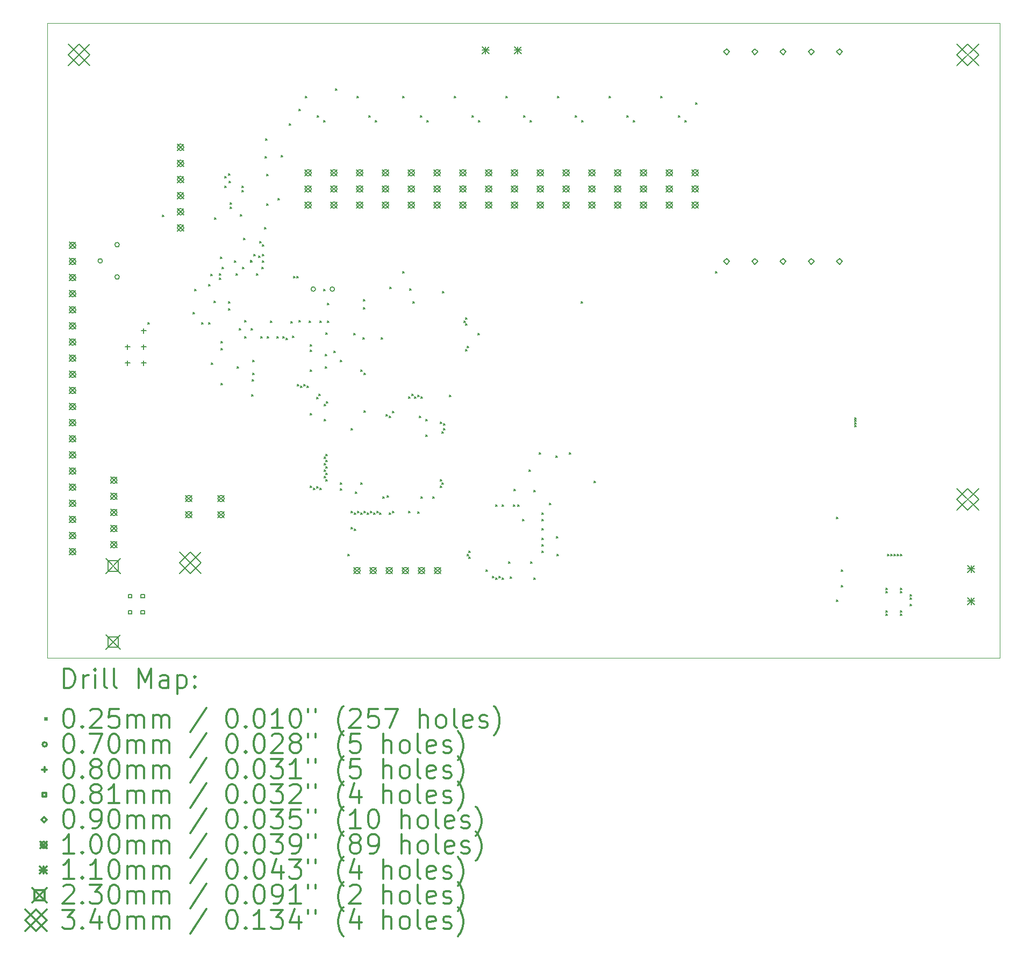
<source format=gbr>
%FSLAX45Y45*%
G04 Gerber Fmt 4.5, Leading zero omitted, Abs format (unit mm)*
G04 Created by KiCad (PCBNEW 4.0.7) date 11/25/17 11:10:46*
%MOMM*%
%LPD*%
G01*
G04 APERTURE LIST*
%ADD10C,0.127000*%
%ADD11C,0.100000*%
%ADD12C,0.200000*%
%ADD13C,0.300000*%
G04 APERTURE END LIST*
D10*
D11*
X6000000Y-4500000D02*
X6000000Y-14500000D01*
X21000000Y-4500000D02*
X6000000Y-4500000D01*
X21000000Y-14500000D02*
X21000000Y-4500000D01*
X6000000Y-14500000D02*
X21000000Y-14500000D01*
D12*
X7587300Y-9217300D02*
X7612700Y-9242700D01*
X7612700Y-9217300D02*
X7587300Y-9242700D01*
X7814800Y-7527300D02*
X7840200Y-7552700D01*
X7840200Y-7527300D02*
X7814800Y-7552700D01*
X8292300Y-9059800D02*
X8317700Y-9085200D01*
X8317700Y-9059800D02*
X8292300Y-9085200D01*
X8319800Y-8694800D02*
X8345200Y-8720200D01*
X8345200Y-8694800D02*
X8319800Y-8720200D01*
X8432300Y-9214800D02*
X8457700Y-9240200D01*
X8457700Y-9214800D02*
X8432300Y-9240200D01*
X8537300Y-9214800D02*
X8562700Y-9240200D01*
X8562700Y-9214800D02*
X8537300Y-9240200D01*
X8542300Y-8614800D02*
X8567700Y-8640200D01*
X8567700Y-8614800D02*
X8542300Y-8640200D01*
X8577300Y-8452300D02*
X8602700Y-8477700D01*
X8602700Y-8452300D02*
X8577300Y-8477700D01*
X8582300Y-9849800D02*
X8607700Y-9875200D01*
X8607700Y-9849800D02*
X8582300Y-9875200D01*
X8623300Y-8877300D02*
X8648700Y-8902700D01*
X8648700Y-8877300D02*
X8623300Y-8902700D01*
X8629800Y-7564800D02*
X8655200Y-7590200D01*
X8655200Y-7564800D02*
X8629800Y-7590200D01*
X8707300Y-8512300D02*
X8732700Y-8537700D01*
X8732700Y-8512300D02*
X8707300Y-8537700D01*
X8709800Y-8447300D02*
X8735200Y-8472700D01*
X8735200Y-8447300D02*
X8709800Y-8472700D01*
X8727300Y-8187300D02*
X8752700Y-8212700D01*
X8752700Y-8187300D02*
X8727300Y-8212700D01*
X8732300Y-9509800D02*
X8757700Y-9535200D01*
X8757700Y-9509800D02*
X8732300Y-9535200D01*
X8732300Y-9619800D02*
X8757700Y-9645200D01*
X8757700Y-9619800D02*
X8732300Y-9645200D01*
X8737300Y-10172300D02*
X8762700Y-10197700D01*
X8762700Y-10172300D02*
X8737300Y-10197700D01*
X8752300Y-8347300D02*
X8777700Y-8372700D01*
X8777700Y-8347300D02*
X8752300Y-8372700D01*
X8792300Y-6917300D02*
X8817700Y-6942700D01*
X8817700Y-6917300D02*
X8792300Y-6942700D01*
X8792300Y-7062300D02*
X8817700Y-7087700D01*
X8817700Y-7062300D02*
X8792300Y-7087700D01*
X8852300Y-8889800D02*
X8877700Y-8915200D01*
X8877700Y-8889800D02*
X8852300Y-8915200D01*
X8852300Y-8994800D02*
X8877700Y-9020200D01*
X8877700Y-8994800D02*
X8852300Y-9020200D01*
X8857300Y-6867300D02*
X8882700Y-6892700D01*
X8882700Y-6867300D02*
X8857300Y-6892700D01*
X8862300Y-6987300D02*
X8887700Y-7012700D01*
X8887700Y-6987300D02*
X8862300Y-7012700D01*
X8882300Y-7327300D02*
X8907700Y-7352700D01*
X8907700Y-7327300D02*
X8882300Y-7352700D01*
X8882300Y-7392300D02*
X8907700Y-7417700D01*
X8907700Y-7392300D02*
X8882300Y-7417700D01*
X8944800Y-8242300D02*
X8970200Y-8267700D01*
X8970200Y-8242300D02*
X8944800Y-8267700D01*
X8972300Y-8447300D02*
X8997700Y-8472700D01*
X8997700Y-8447300D02*
X8972300Y-8472700D01*
X8992300Y-9912300D02*
X9017700Y-9937700D01*
X9017700Y-9912300D02*
X8992300Y-9937700D01*
X9024800Y-9311800D02*
X9050200Y-9337200D01*
X9050200Y-9311800D02*
X9024800Y-9337200D01*
X9037300Y-7517300D02*
X9062700Y-7542700D01*
X9062700Y-7517300D02*
X9037300Y-7542700D01*
X9062300Y-7132300D02*
X9087700Y-7157700D01*
X9087700Y-7132300D02*
X9062300Y-7157700D01*
X9067300Y-7067300D02*
X9092700Y-7092700D01*
X9092700Y-7067300D02*
X9067300Y-7092700D01*
X9072300Y-8342300D02*
X9097700Y-8367700D01*
X9097700Y-8342300D02*
X9072300Y-8367700D01*
X9094800Y-7887300D02*
X9120200Y-7912700D01*
X9120200Y-7887300D02*
X9094800Y-7912700D01*
X9112300Y-9186800D02*
X9137700Y-9212200D01*
X9137700Y-9186800D02*
X9112300Y-9212200D01*
X9112300Y-9436800D02*
X9137700Y-9462200D01*
X9137700Y-9436800D02*
X9112300Y-9462200D01*
X9197300Y-8237300D02*
X9222700Y-8262700D01*
X9222700Y-8237300D02*
X9197300Y-8262700D01*
X9197300Y-8239800D02*
X9222700Y-8265200D01*
X9222700Y-8239800D02*
X9197300Y-8265200D01*
X9212300Y-9311800D02*
X9237700Y-9337200D01*
X9237700Y-9311800D02*
X9212300Y-9337200D01*
X9222300Y-10347300D02*
X9247700Y-10372700D01*
X9247700Y-10347300D02*
X9222300Y-10372700D01*
X9224800Y-10112300D02*
X9250200Y-10137700D01*
X9250200Y-10112300D02*
X9224800Y-10137700D01*
X9237300Y-9811800D02*
X9262700Y-9837200D01*
X9262700Y-9811800D02*
X9237300Y-9837200D01*
X9237300Y-10011800D02*
X9262700Y-10037200D01*
X9262700Y-10011800D02*
X9237300Y-10037200D01*
X9252300Y-8139800D02*
X9277700Y-8165200D01*
X9277700Y-8139800D02*
X9252300Y-8165200D01*
X9292300Y-8447300D02*
X9317700Y-8472700D01*
X9317700Y-8447300D02*
X9292300Y-8472700D01*
X9327300Y-8164800D02*
X9352700Y-8190200D01*
X9352700Y-8164800D02*
X9327300Y-8190200D01*
X9342300Y-7937300D02*
X9367700Y-7962700D01*
X9367700Y-7937300D02*
X9342300Y-7962700D01*
X9362300Y-9436800D02*
X9387700Y-9462200D01*
X9387700Y-9436800D02*
X9362300Y-9462200D01*
X9382300Y-8342300D02*
X9407700Y-8367700D01*
X9407700Y-8342300D02*
X9382300Y-8367700D01*
X9387300Y-7987300D02*
X9412700Y-8012700D01*
X9412700Y-7987300D02*
X9387300Y-8012700D01*
X9387300Y-8137300D02*
X9412700Y-8162700D01*
X9412700Y-8137300D02*
X9387300Y-8162700D01*
X9389800Y-8239800D02*
X9415200Y-8265200D01*
X9415200Y-8239800D02*
X9389800Y-8265200D01*
X9422300Y-7714800D02*
X9447700Y-7740200D01*
X9447700Y-7714800D02*
X9422300Y-7740200D01*
X9427300Y-6597300D02*
X9452700Y-6622700D01*
X9452700Y-6597300D02*
X9427300Y-6622700D01*
X9437300Y-6322300D02*
X9462700Y-6347700D01*
X9462700Y-6322300D02*
X9437300Y-6347700D01*
X9452300Y-6882300D02*
X9477700Y-6907700D01*
X9477700Y-6882300D02*
X9452300Y-6907700D01*
X9452300Y-7342300D02*
X9477700Y-7367700D01*
X9477700Y-7342300D02*
X9452300Y-7367700D01*
X9462300Y-9436800D02*
X9487700Y-9462200D01*
X9487700Y-9436800D02*
X9462300Y-9462200D01*
X9512300Y-9187300D02*
X9537700Y-9212700D01*
X9537700Y-9187300D02*
X9512300Y-9212700D01*
X9612300Y-9436800D02*
X9637700Y-9462200D01*
X9637700Y-9436800D02*
X9612300Y-9462200D01*
X9637300Y-7262300D02*
X9662700Y-7287700D01*
X9662700Y-7262300D02*
X9637300Y-7287700D01*
X9682300Y-6587300D02*
X9707700Y-6612700D01*
X9707700Y-6587300D02*
X9682300Y-6612700D01*
X9712300Y-9436800D02*
X9737700Y-9462200D01*
X9737700Y-9436800D02*
X9712300Y-9462200D01*
X9762300Y-9462300D02*
X9787700Y-9487700D01*
X9787700Y-9462300D02*
X9762300Y-9487700D01*
X9807300Y-6082300D02*
X9832700Y-6107700D01*
X9832700Y-6082300D02*
X9807300Y-6107700D01*
X9837300Y-9202300D02*
X9862700Y-9227700D01*
X9862700Y-9202300D02*
X9837300Y-9227700D01*
X9862300Y-9424800D02*
X9887700Y-9450200D01*
X9887700Y-9424800D02*
X9862300Y-9450200D01*
X9879800Y-8484800D02*
X9905200Y-8510200D01*
X9905200Y-8484800D02*
X9879800Y-8510200D01*
X9932300Y-8492300D02*
X9957700Y-8517700D01*
X9957700Y-8492300D02*
X9932300Y-8517700D01*
X9937300Y-10187300D02*
X9962700Y-10212700D01*
X9962700Y-10187300D02*
X9937300Y-10212700D01*
X9962300Y-5852300D02*
X9987700Y-5877700D01*
X9987700Y-5852300D02*
X9962300Y-5877700D01*
X9962300Y-9186800D02*
X9987700Y-9212200D01*
X9987700Y-9186800D02*
X9962300Y-9212200D01*
X9987300Y-10212300D02*
X10012700Y-10237700D01*
X10012700Y-10212300D02*
X9987300Y-10237700D01*
X10037300Y-10187300D02*
X10062700Y-10212700D01*
X10062700Y-10187300D02*
X10037300Y-10212700D01*
X10067300Y-5652300D02*
X10092700Y-5677700D01*
X10092700Y-5652300D02*
X10067300Y-5677700D01*
X10087300Y-10212300D02*
X10112700Y-10237700D01*
X10112700Y-10212300D02*
X10087300Y-10237700D01*
X10127300Y-9192300D02*
X10152700Y-9217700D01*
X10152700Y-9192300D02*
X10127300Y-9217700D01*
X10137300Y-9562300D02*
X10162700Y-9587700D01*
X10162700Y-9562300D02*
X10137300Y-9587700D01*
X10137300Y-9644800D02*
X10162700Y-9670200D01*
X10162700Y-9644800D02*
X10137300Y-9670200D01*
X10137300Y-9961800D02*
X10162700Y-9987200D01*
X10162700Y-9961800D02*
X10137300Y-9987200D01*
X10139800Y-10644800D02*
X10165200Y-10670200D01*
X10165200Y-10644800D02*
X10139800Y-10670200D01*
X10144800Y-11787300D02*
X10170200Y-11812700D01*
X10170200Y-11787300D02*
X10144800Y-11812700D01*
X10194800Y-11827300D02*
X10220200Y-11852700D01*
X10220200Y-11827300D02*
X10194800Y-11852700D01*
X10242300Y-10392300D02*
X10267700Y-10417700D01*
X10267700Y-10392300D02*
X10242300Y-10417700D01*
X10244800Y-11799800D02*
X10270200Y-11825200D01*
X10270200Y-11799800D02*
X10244800Y-11825200D01*
X10248900Y-5956300D02*
X10274300Y-5981700D01*
X10274300Y-5956300D02*
X10248900Y-5981700D01*
X10274800Y-10339800D02*
X10300200Y-10365200D01*
X10300200Y-10339800D02*
X10274800Y-10365200D01*
X10289800Y-9187300D02*
X10315200Y-9212700D01*
X10315200Y-9187300D02*
X10289800Y-9212700D01*
X10294800Y-11827300D02*
X10320200Y-11852700D01*
X10320200Y-11827300D02*
X10294800Y-11852700D01*
X10350500Y-6032500D02*
X10375900Y-6057900D01*
X10375900Y-6032500D02*
X10350500Y-6057900D01*
X10352300Y-8694800D02*
X10377700Y-8720200D01*
X10377700Y-8694800D02*
X10352300Y-8720200D01*
X10357300Y-10507300D02*
X10382700Y-10532700D01*
X10382700Y-10507300D02*
X10357300Y-10532700D01*
X10362300Y-10737300D02*
X10387700Y-10762700D01*
X10387700Y-10737300D02*
X10362300Y-10762700D01*
X10362300Y-11337300D02*
X10387700Y-11362700D01*
X10387700Y-11337300D02*
X10362300Y-11362700D01*
X10362300Y-11437300D02*
X10387700Y-11462700D01*
X10387700Y-11437300D02*
X10362300Y-11462700D01*
X10362300Y-11537300D02*
X10387700Y-11562700D01*
X10387700Y-11537300D02*
X10362300Y-11562700D01*
X10362300Y-11637300D02*
X10387700Y-11662700D01*
X10387700Y-11637300D02*
X10362300Y-11662700D01*
X10379800Y-9907300D02*
X10405200Y-9932700D01*
X10405200Y-9907300D02*
X10379800Y-9932700D01*
X10382300Y-9712300D02*
X10407700Y-9737700D01*
X10407700Y-9712300D02*
X10382300Y-9737700D01*
X10387300Y-9377300D02*
X10412700Y-9402700D01*
X10412700Y-9377300D02*
X10387300Y-9402700D01*
X10387300Y-11287300D02*
X10412700Y-11312700D01*
X10412700Y-11287300D02*
X10387300Y-11312700D01*
X10387300Y-11387300D02*
X10412700Y-11412700D01*
X10412700Y-11387300D02*
X10387300Y-11412700D01*
X10387300Y-11487300D02*
X10412700Y-11512700D01*
X10412700Y-11487300D02*
X10387300Y-11512700D01*
X10387300Y-11587300D02*
X10412700Y-11612700D01*
X10412700Y-11587300D02*
X10387300Y-11612700D01*
X10387300Y-11687300D02*
X10412700Y-11712700D01*
X10412700Y-11687300D02*
X10387300Y-11712700D01*
X10392300Y-10457300D02*
X10417700Y-10482700D01*
X10417700Y-10457300D02*
X10392300Y-10482700D01*
X10409800Y-8912300D02*
X10435200Y-8937700D01*
X10435200Y-8912300D02*
X10409800Y-8937700D01*
X10412300Y-9187300D02*
X10437700Y-9212700D01*
X10437700Y-9187300D02*
X10412300Y-9212700D01*
X10512300Y-9662300D02*
X10537700Y-9687700D01*
X10537700Y-9662300D02*
X10512300Y-9687700D01*
X10537300Y-5537300D02*
X10562700Y-5562700D01*
X10562700Y-5537300D02*
X10537300Y-5562700D01*
X10612300Y-11737300D02*
X10637700Y-11762700D01*
X10637700Y-11737300D02*
X10612300Y-11762700D01*
X10612300Y-11836800D02*
X10637700Y-11862200D01*
X10637700Y-11836800D02*
X10612300Y-11862200D01*
X10614800Y-9812300D02*
X10640200Y-9837700D01*
X10640200Y-9812300D02*
X10614800Y-9837700D01*
X10737300Y-12862300D02*
X10762700Y-12887700D01*
X10762700Y-12862300D02*
X10737300Y-12887700D01*
X10787300Y-10886800D02*
X10812700Y-10912200D01*
X10812700Y-10886800D02*
X10787300Y-10912200D01*
X10787300Y-12187300D02*
X10812700Y-12212700D01*
X10812700Y-12187300D02*
X10787300Y-12212700D01*
X10787300Y-12442300D02*
X10812700Y-12467700D01*
X10812700Y-12442300D02*
X10787300Y-12467700D01*
X10829800Y-9387300D02*
X10855200Y-9412700D01*
X10855200Y-9387300D02*
X10829800Y-9412700D01*
X10837300Y-12212300D02*
X10862700Y-12237700D01*
X10862700Y-12212300D02*
X10837300Y-12237700D01*
X10837300Y-12467300D02*
X10862700Y-12492700D01*
X10862700Y-12467300D02*
X10837300Y-12492700D01*
X10849800Y-11887300D02*
X10875200Y-11912700D01*
X10875200Y-11887300D02*
X10849800Y-11912700D01*
X10877300Y-5652300D02*
X10902700Y-5677700D01*
X10902700Y-5652300D02*
X10877300Y-5677700D01*
X10887300Y-12186800D02*
X10912700Y-12212200D01*
X10912700Y-12186800D02*
X10887300Y-12212200D01*
X10937300Y-9962300D02*
X10962700Y-9987700D01*
X10962700Y-9962300D02*
X10937300Y-9987700D01*
X10937300Y-11736800D02*
X10962700Y-11762200D01*
X10962700Y-11736800D02*
X10937300Y-11762200D01*
X10937300Y-12212300D02*
X10962700Y-12237700D01*
X10962700Y-12212300D02*
X10937300Y-12237700D01*
X10972300Y-9449800D02*
X10997700Y-9475200D01*
X10997700Y-9449800D02*
X10972300Y-9475200D01*
X10977300Y-8854800D02*
X11002700Y-8880200D01*
X11002700Y-8854800D02*
X10977300Y-8880200D01*
X10977300Y-8982300D02*
X11002700Y-9007700D01*
X11002700Y-8982300D02*
X10977300Y-9007700D01*
X10987300Y-10012300D02*
X11012700Y-10037700D01*
X11012700Y-10012300D02*
X10987300Y-10037700D01*
X10987300Y-10607300D02*
X11012700Y-10632700D01*
X11012700Y-10607300D02*
X10987300Y-10632700D01*
X10987300Y-12186800D02*
X11012700Y-12212200D01*
X11012700Y-12186800D02*
X10987300Y-12212200D01*
X11037300Y-12212300D02*
X11062700Y-12237700D01*
X11062700Y-12212300D02*
X11037300Y-12237700D01*
X11061700Y-5956300D02*
X11087100Y-5981700D01*
X11087100Y-5956300D02*
X11061700Y-5981700D01*
X11087300Y-12186800D02*
X11112700Y-12212200D01*
X11112700Y-12186800D02*
X11087300Y-12212200D01*
X11137300Y-12212300D02*
X11162700Y-12237700D01*
X11162700Y-12212300D02*
X11137300Y-12237700D01*
X11163300Y-6032500D02*
X11188700Y-6057900D01*
X11188700Y-6032500D02*
X11163300Y-6057900D01*
X11187300Y-12186800D02*
X11212700Y-12212200D01*
X11212700Y-12186800D02*
X11187300Y-12212200D01*
X11237300Y-12212300D02*
X11262700Y-12237700D01*
X11262700Y-12212300D02*
X11237300Y-12237700D01*
X11254800Y-9449800D02*
X11280200Y-9475200D01*
X11280200Y-9449800D02*
X11254800Y-9475200D01*
X11287300Y-11961800D02*
X11312700Y-11987200D01*
X11312700Y-11961800D02*
X11287300Y-11987200D01*
X11337300Y-10662300D02*
X11362700Y-10687700D01*
X11362700Y-10662300D02*
X11337300Y-10687700D01*
X11354800Y-11944800D02*
X11380200Y-11970200D01*
X11380200Y-11944800D02*
X11354800Y-11970200D01*
X11387300Y-10687300D02*
X11412700Y-10712700D01*
X11412700Y-10687300D02*
X11387300Y-10712700D01*
X11387300Y-12212300D02*
X11412700Y-12237700D01*
X11412700Y-12212300D02*
X11387300Y-12237700D01*
X11391900Y-8661400D02*
X11417300Y-8686800D01*
X11417300Y-8661400D02*
X11391900Y-8686800D01*
X11437300Y-10612300D02*
X11462700Y-10637700D01*
X11462700Y-10612300D02*
X11437300Y-10637700D01*
X11437300Y-12186800D02*
X11462700Y-12212200D01*
X11462700Y-12186800D02*
X11437300Y-12212200D01*
X11594800Y-8414800D02*
X11620200Y-8440200D01*
X11620200Y-8414800D02*
X11594800Y-8440200D01*
X11595100Y-5651500D02*
X11620500Y-5676900D01*
X11620500Y-5651500D02*
X11595100Y-5676900D01*
X11687300Y-10386800D02*
X11712700Y-10412200D01*
X11712700Y-10386800D02*
X11687300Y-10412200D01*
X11687300Y-12192300D02*
X11712700Y-12217700D01*
X11712700Y-12192300D02*
X11687300Y-12217700D01*
X11707300Y-8687300D02*
X11732700Y-8712700D01*
X11732700Y-8687300D02*
X11707300Y-8712700D01*
X11737300Y-10344800D02*
X11762700Y-10370200D01*
X11762700Y-10344800D02*
X11737300Y-10370200D01*
X11762300Y-8889800D02*
X11787700Y-8915200D01*
X11787700Y-8889800D02*
X11762300Y-8915200D01*
X11787300Y-10386800D02*
X11812700Y-10412200D01*
X11812700Y-10386800D02*
X11787300Y-10412200D01*
X11837300Y-10359800D02*
X11862700Y-10385200D01*
X11862700Y-10359800D02*
X11837300Y-10385200D01*
X11837300Y-12194800D02*
X11862700Y-12220200D01*
X11862700Y-12194800D02*
X11837300Y-12220200D01*
X11862300Y-10687300D02*
X11887700Y-10712700D01*
X11887700Y-10687300D02*
X11862300Y-10712700D01*
X11874500Y-5956300D02*
X11899900Y-5981700D01*
X11899900Y-5956300D02*
X11874500Y-5981700D01*
X11887300Y-10386800D02*
X11912700Y-10412200D01*
X11912700Y-10386800D02*
X11887300Y-10412200D01*
X11887300Y-11962300D02*
X11912700Y-11987700D01*
X11912700Y-11962300D02*
X11887300Y-11987700D01*
X11962300Y-10736800D02*
X11987700Y-10762200D01*
X11987700Y-10736800D02*
X11962300Y-10762200D01*
X11962300Y-10986800D02*
X11987700Y-11012200D01*
X11987700Y-10986800D02*
X11962300Y-11012200D01*
X11976100Y-6032500D02*
X12001500Y-6057900D01*
X12001500Y-6032500D02*
X11976100Y-6057900D01*
X12069800Y-11962300D02*
X12095200Y-11987700D01*
X12095200Y-11962300D02*
X12069800Y-11987700D01*
X12187300Y-10786800D02*
X12212700Y-10812200D01*
X12212700Y-10786800D02*
X12187300Y-10812200D01*
X12187300Y-11686800D02*
X12212700Y-11712200D01*
X12212700Y-11686800D02*
X12187300Y-11712200D01*
X12187300Y-11786800D02*
X12212700Y-11812200D01*
X12212700Y-11786800D02*
X12187300Y-11812200D01*
X12212300Y-10937300D02*
X12237700Y-10962700D01*
X12237700Y-10937300D02*
X12212300Y-10962700D01*
X12214800Y-11737300D02*
X12240200Y-11762700D01*
X12240200Y-11737300D02*
X12214800Y-11762700D01*
X12227300Y-8722300D02*
X12252700Y-8747700D01*
X12252700Y-8722300D02*
X12227300Y-8747700D01*
X12237300Y-10812300D02*
X12262700Y-10837700D01*
X12262700Y-10812300D02*
X12237300Y-10837700D01*
X12237300Y-10887300D02*
X12262700Y-10912700D01*
X12262700Y-10887300D02*
X12237300Y-10912700D01*
X12337300Y-10362300D02*
X12362700Y-10387700D01*
X12362700Y-10362300D02*
X12337300Y-10387700D01*
X12407900Y-5651500D02*
X12433300Y-5676900D01*
X12433300Y-5651500D02*
X12407900Y-5676900D01*
X12562300Y-9187300D02*
X12587700Y-9212700D01*
X12587700Y-9187300D02*
X12562300Y-9212700D01*
X12587300Y-9137300D02*
X12612700Y-9162700D01*
X12612700Y-9137300D02*
X12587300Y-9162700D01*
X12587300Y-9237300D02*
X12612700Y-9262700D01*
X12612700Y-9237300D02*
X12587300Y-9262700D01*
X12587300Y-9637300D02*
X12612700Y-9662700D01*
X12612700Y-9637300D02*
X12587300Y-9662700D01*
X12609800Y-12862300D02*
X12635200Y-12887700D01*
X12635200Y-12862300D02*
X12609800Y-12887700D01*
X12612300Y-9587300D02*
X12637700Y-9612700D01*
X12637700Y-9587300D02*
X12612300Y-9612700D01*
X12637300Y-12811800D02*
X12662700Y-12837200D01*
X12662700Y-12811800D02*
X12637300Y-12837200D01*
X12637300Y-12911800D02*
X12662700Y-12937200D01*
X12662700Y-12911800D02*
X12637300Y-12937200D01*
X12687300Y-5956300D02*
X12712700Y-5981700D01*
X12712700Y-5956300D02*
X12687300Y-5981700D01*
X12779800Y-9387300D02*
X12805200Y-9412700D01*
X12805200Y-9387300D02*
X12779800Y-9412700D01*
X12788900Y-6032500D02*
X12814300Y-6057900D01*
X12814300Y-6032500D02*
X12788900Y-6057900D01*
X12912300Y-13111800D02*
X12937700Y-13137200D01*
X12937700Y-13111800D02*
X12912300Y-13137200D01*
X13012300Y-13211800D02*
X13037700Y-13237200D01*
X13037700Y-13211800D02*
X13012300Y-13237200D01*
X13062300Y-12086800D02*
X13087700Y-12112200D01*
X13087700Y-12086800D02*
X13062300Y-12112200D01*
X13062300Y-13242300D02*
X13087700Y-13267700D01*
X13087700Y-13242300D02*
X13062300Y-13267700D01*
X13112300Y-13211800D02*
X13137700Y-13237200D01*
X13137700Y-13211800D02*
X13112300Y-13237200D01*
X13162300Y-12086800D02*
X13187700Y-12112200D01*
X13187700Y-12086800D02*
X13162300Y-12112200D01*
X13162300Y-13237300D02*
X13187700Y-13262700D01*
X13187700Y-13237300D02*
X13162300Y-13262700D01*
X13220700Y-5651500D02*
X13246100Y-5676900D01*
X13246100Y-5651500D02*
X13220700Y-5676900D01*
X13262300Y-12986800D02*
X13287700Y-13012200D01*
X13287700Y-12986800D02*
X13262300Y-13012200D01*
X13289800Y-13224800D02*
X13315200Y-13250200D01*
X13315200Y-13224800D02*
X13289800Y-13250200D01*
X13339800Y-12087300D02*
X13365200Y-12112700D01*
X13365200Y-12087300D02*
X13339800Y-12112700D01*
X13347300Y-11842300D02*
X13372700Y-11867700D01*
X13372700Y-11842300D02*
X13347300Y-11867700D01*
X13412300Y-12086800D02*
X13437700Y-12112200D01*
X13437700Y-12086800D02*
X13412300Y-12112200D01*
X13482300Y-12312300D02*
X13507700Y-12337700D01*
X13507700Y-12312300D02*
X13482300Y-12337700D01*
X13500100Y-5956300D02*
X13525500Y-5981700D01*
X13525500Y-5956300D02*
X13500100Y-5981700D01*
X13587300Y-11537300D02*
X13612700Y-11562700D01*
X13612700Y-11537300D02*
X13587300Y-11562700D01*
X13601700Y-6032500D02*
X13627100Y-6057900D01*
X13627100Y-6032500D02*
X13601700Y-6057900D01*
X13612300Y-12987300D02*
X13637700Y-13012700D01*
X13637700Y-12987300D02*
X13612300Y-13012700D01*
X13662300Y-11861800D02*
X13687700Y-11887200D01*
X13687700Y-11861800D02*
X13662300Y-11887200D01*
X13662300Y-13236800D02*
X13687700Y-13262200D01*
X13687700Y-13236800D02*
X13662300Y-13262200D01*
X13749800Y-11262300D02*
X13775200Y-11287700D01*
X13775200Y-11262300D02*
X13749800Y-11287700D01*
X13787300Y-12211800D02*
X13812700Y-12237200D01*
X13812700Y-12211800D02*
X13787300Y-12237200D01*
X13787300Y-12311800D02*
X13812700Y-12337200D01*
X13812700Y-12311800D02*
X13787300Y-12337200D01*
X13787300Y-12461800D02*
X13812700Y-12487200D01*
X13812700Y-12461800D02*
X13787300Y-12487200D01*
X13787300Y-12611800D02*
X13812700Y-12637200D01*
X13812700Y-12611800D02*
X13787300Y-12637200D01*
X13787300Y-12711800D02*
X13812700Y-12737200D01*
X13812700Y-12711800D02*
X13787300Y-12737200D01*
X13787300Y-12811800D02*
X13812700Y-12837200D01*
X13812700Y-12811800D02*
X13787300Y-12837200D01*
X13912300Y-12061800D02*
X13937700Y-12087200D01*
X13937700Y-12061800D02*
X13912300Y-12087200D01*
X14012300Y-11312300D02*
X14037700Y-11337700D01*
X14037700Y-11312300D02*
X14012300Y-11337700D01*
X14022300Y-12589800D02*
X14047700Y-12615200D01*
X14047700Y-12589800D02*
X14022300Y-12615200D01*
X14024800Y-12862300D02*
X14050200Y-12887700D01*
X14050200Y-12862300D02*
X14024800Y-12887700D01*
X14033500Y-5651500D02*
X14058900Y-5676900D01*
X14058900Y-5651500D02*
X14033500Y-5676900D01*
X14222300Y-11262300D02*
X14247700Y-11287700D01*
X14247700Y-11262300D02*
X14222300Y-11287700D01*
X14312900Y-5956300D02*
X14338300Y-5981700D01*
X14338300Y-5956300D02*
X14312900Y-5981700D01*
X14412300Y-8887300D02*
X14437700Y-8912700D01*
X14437700Y-8887300D02*
X14412300Y-8912700D01*
X14414500Y-6032500D02*
X14439900Y-6057900D01*
X14439900Y-6032500D02*
X14414500Y-6057900D01*
X14612300Y-11712300D02*
X14637700Y-11737700D01*
X14637700Y-11712300D02*
X14612300Y-11737700D01*
X14846300Y-5651500D02*
X14871700Y-5676900D01*
X14871700Y-5651500D02*
X14846300Y-5676900D01*
X15125700Y-5956300D02*
X15151100Y-5981700D01*
X15151100Y-5956300D02*
X15125700Y-5981700D01*
X15227300Y-6032500D02*
X15252700Y-6057900D01*
X15252700Y-6032500D02*
X15227300Y-6057900D01*
X15659100Y-5651500D02*
X15684500Y-5676900D01*
X15684500Y-5651500D02*
X15659100Y-5676900D01*
X15938500Y-5956300D02*
X15963900Y-5981700D01*
X15963900Y-5956300D02*
X15938500Y-5981700D01*
X16040100Y-6032500D02*
X16065500Y-6057900D01*
X16065500Y-6032500D02*
X16040100Y-6057900D01*
X16214800Y-5752300D02*
X16240200Y-5777700D01*
X16240200Y-5752300D02*
X16214800Y-5777700D01*
X16527300Y-8414800D02*
X16552700Y-8440200D01*
X16552700Y-8414800D02*
X16527300Y-8440200D01*
X18429800Y-12284800D02*
X18455200Y-12310200D01*
X18455200Y-12284800D02*
X18429800Y-12310200D01*
X18429800Y-13584800D02*
X18455200Y-13610200D01*
X18455200Y-13584800D02*
X18429800Y-13610200D01*
X18504800Y-13109800D02*
X18530200Y-13135200D01*
X18530200Y-13109800D02*
X18504800Y-13135200D01*
X18504800Y-13359800D02*
X18530200Y-13385200D01*
X18530200Y-13359800D02*
X18504800Y-13385200D01*
X18714800Y-10714800D02*
X18740200Y-10740200D01*
X18740200Y-10714800D02*
X18714800Y-10740200D01*
X18714800Y-10749800D02*
X18740200Y-10775200D01*
X18740200Y-10749800D02*
X18714800Y-10775200D01*
X18714800Y-10789800D02*
X18740200Y-10815200D01*
X18740200Y-10789800D02*
X18714800Y-10815200D01*
X18714800Y-10832300D02*
X18740200Y-10857700D01*
X18740200Y-10832300D02*
X18714800Y-10857700D01*
X19206800Y-13395600D02*
X19232200Y-13421000D01*
X19232200Y-13395600D02*
X19206800Y-13421000D01*
X19206800Y-13446400D02*
X19232200Y-13471800D01*
X19232200Y-13446400D02*
X19206800Y-13471800D01*
X19206800Y-13751200D02*
X19232200Y-13776600D01*
X19232200Y-13751200D02*
X19206800Y-13776600D01*
X19206800Y-13802000D02*
X19232200Y-13827400D01*
X19232200Y-13802000D02*
X19206800Y-13827400D01*
X19232200Y-12862200D02*
X19257600Y-12887600D01*
X19257600Y-12862200D02*
X19232200Y-12887600D01*
X19283000Y-12862200D02*
X19308400Y-12887600D01*
X19308400Y-12862200D02*
X19283000Y-12887600D01*
X19333800Y-12862200D02*
X19359200Y-12887600D01*
X19359200Y-12862200D02*
X19333800Y-12887600D01*
X19384600Y-12862200D02*
X19410000Y-12887600D01*
X19410000Y-12862200D02*
X19384600Y-12887600D01*
X19435400Y-12862200D02*
X19460800Y-12887600D01*
X19460800Y-12862200D02*
X19435400Y-12887600D01*
X19435400Y-13395600D02*
X19460800Y-13421000D01*
X19460800Y-13395600D02*
X19435400Y-13421000D01*
X19435400Y-13446400D02*
X19460800Y-13471800D01*
X19460800Y-13446400D02*
X19435400Y-13471800D01*
X19435400Y-13751200D02*
X19460800Y-13776600D01*
X19460800Y-13751200D02*
X19435400Y-13776600D01*
X19435400Y-13802000D02*
X19460800Y-13827400D01*
X19460800Y-13802000D02*
X19435400Y-13827400D01*
X19587800Y-13497200D02*
X19613200Y-13522600D01*
X19613200Y-13497200D02*
X19587800Y-13522600D01*
X19587800Y-13548000D02*
X19613200Y-13573400D01*
X19613200Y-13548000D02*
X19587800Y-13573400D01*
X19587800Y-13649600D02*
X19613200Y-13675000D01*
X19613200Y-13649600D02*
X19587800Y-13675000D01*
X6868300Y-8246000D02*
G75*
G03X6868300Y-8246000I-35000J0D01*
G01*
X7135000Y-7992000D02*
G75*
G03X7135000Y-7992000I-35000J0D01*
G01*
X7135000Y-8500000D02*
G75*
G03X7135000Y-8500000I-35000J0D01*
G01*
X10225000Y-8690000D02*
G75*
G03X10225000Y-8690000I-35000J0D01*
G01*
X10525000Y-8690000D02*
G75*
G03X10525000Y-8690000I-35000J0D01*
G01*
X7264400Y-9561200D02*
X7264400Y-9641200D01*
X7224400Y-9601200D02*
X7304400Y-9601200D01*
X7264400Y-9815200D02*
X7264400Y-9895200D01*
X7224400Y-9855200D02*
X7304400Y-9855200D01*
X7518400Y-9307200D02*
X7518400Y-9387200D01*
X7478400Y-9347200D02*
X7558400Y-9347200D01*
X7518400Y-9561200D02*
X7518400Y-9641200D01*
X7478400Y-9601200D02*
X7558400Y-9601200D01*
X7518400Y-9815200D02*
X7518400Y-9895200D01*
X7478400Y-9855200D02*
X7558400Y-9855200D01*
X7334338Y-13554138D02*
X7334338Y-13496862D01*
X7277062Y-13496862D01*
X7277062Y-13554138D01*
X7334338Y-13554138D01*
X7334338Y-13808138D02*
X7334338Y-13750862D01*
X7277062Y-13750862D01*
X7277062Y-13808138D01*
X7334338Y-13808138D01*
X7534338Y-13554138D02*
X7534338Y-13496862D01*
X7477062Y-13496862D01*
X7477062Y-13554138D01*
X7534338Y-13554138D01*
X7534338Y-13808138D02*
X7534338Y-13750862D01*
X7477062Y-13750862D01*
X7477062Y-13808138D01*
X7534338Y-13808138D01*
X16700500Y-4998000D02*
X16745500Y-4953000D01*
X16700500Y-4908000D01*
X16655500Y-4953000D01*
X16700500Y-4998000D01*
X16700500Y-8300000D02*
X16745500Y-8255000D01*
X16700500Y-8210000D01*
X16655500Y-8255000D01*
X16700500Y-8300000D01*
X17145000Y-4998000D02*
X17190000Y-4953000D01*
X17145000Y-4908000D01*
X17100000Y-4953000D01*
X17145000Y-4998000D01*
X17145000Y-8300000D02*
X17190000Y-8255000D01*
X17145000Y-8210000D01*
X17100000Y-8255000D01*
X17145000Y-8300000D01*
X17589500Y-4998000D02*
X17634500Y-4953000D01*
X17589500Y-4908000D01*
X17544500Y-4953000D01*
X17589500Y-4998000D01*
X17589500Y-8300000D02*
X17634500Y-8255000D01*
X17589500Y-8210000D01*
X17544500Y-8255000D01*
X17589500Y-8300000D01*
X18034000Y-4998000D02*
X18079000Y-4953000D01*
X18034000Y-4908000D01*
X17989000Y-4953000D01*
X18034000Y-4998000D01*
X18034000Y-8300000D02*
X18079000Y-8255000D01*
X18034000Y-8210000D01*
X17989000Y-8255000D01*
X18034000Y-8300000D01*
X18478500Y-4998000D02*
X18523500Y-4953000D01*
X18478500Y-4908000D01*
X18433500Y-4953000D01*
X18478500Y-4998000D01*
X18478500Y-8300000D02*
X18523500Y-8255000D01*
X18478500Y-8210000D01*
X18433500Y-8255000D01*
X18478500Y-8300000D01*
X6350000Y-7950000D02*
X6450000Y-8050000D01*
X6450000Y-7950000D02*
X6350000Y-8050000D01*
X6450000Y-8000000D02*
G75*
G03X6450000Y-8000000I-50000J0D01*
G01*
X6350000Y-8204000D02*
X6450000Y-8304000D01*
X6450000Y-8204000D02*
X6350000Y-8304000D01*
X6450000Y-8254000D02*
G75*
G03X6450000Y-8254000I-50000J0D01*
G01*
X6350000Y-8458000D02*
X6450000Y-8558000D01*
X6450000Y-8458000D02*
X6350000Y-8558000D01*
X6450000Y-8508000D02*
G75*
G03X6450000Y-8508000I-50000J0D01*
G01*
X6350000Y-8712000D02*
X6450000Y-8812000D01*
X6450000Y-8712000D02*
X6350000Y-8812000D01*
X6450000Y-8762000D02*
G75*
G03X6450000Y-8762000I-50000J0D01*
G01*
X6350000Y-8966000D02*
X6450000Y-9066000D01*
X6450000Y-8966000D02*
X6350000Y-9066000D01*
X6450000Y-9016000D02*
G75*
G03X6450000Y-9016000I-50000J0D01*
G01*
X6350000Y-9220000D02*
X6450000Y-9320000D01*
X6450000Y-9220000D02*
X6350000Y-9320000D01*
X6450000Y-9270000D02*
G75*
G03X6450000Y-9270000I-50000J0D01*
G01*
X6350000Y-9474000D02*
X6450000Y-9574000D01*
X6450000Y-9474000D02*
X6350000Y-9574000D01*
X6450000Y-9524000D02*
G75*
G03X6450000Y-9524000I-50000J0D01*
G01*
X6350000Y-9728000D02*
X6450000Y-9828000D01*
X6450000Y-9728000D02*
X6350000Y-9828000D01*
X6450000Y-9778000D02*
G75*
G03X6450000Y-9778000I-50000J0D01*
G01*
X6350000Y-9982000D02*
X6450000Y-10082000D01*
X6450000Y-9982000D02*
X6350000Y-10082000D01*
X6450000Y-10032000D02*
G75*
G03X6450000Y-10032000I-50000J0D01*
G01*
X6350000Y-10236000D02*
X6450000Y-10336000D01*
X6450000Y-10236000D02*
X6350000Y-10336000D01*
X6450000Y-10286000D02*
G75*
G03X6450000Y-10286000I-50000J0D01*
G01*
X6350000Y-10490000D02*
X6450000Y-10590000D01*
X6450000Y-10490000D02*
X6350000Y-10590000D01*
X6450000Y-10540000D02*
G75*
G03X6450000Y-10540000I-50000J0D01*
G01*
X6350000Y-10744000D02*
X6450000Y-10844000D01*
X6450000Y-10744000D02*
X6350000Y-10844000D01*
X6450000Y-10794000D02*
G75*
G03X6450000Y-10794000I-50000J0D01*
G01*
X6350000Y-10998000D02*
X6450000Y-11098000D01*
X6450000Y-10998000D02*
X6350000Y-11098000D01*
X6450000Y-11048000D02*
G75*
G03X6450000Y-11048000I-50000J0D01*
G01*
X6350000Y-11252000D02*
X6450000Y-11352000D01*
X6450000Y-11252000D02*
X6350000Y-11352000D01*
X6450000Y-11302000D02*
G75*
G03X6450000Y-11302000I-50000J0D01*
G01*
X6350000Y-11506000D02*
X6450000Y-11606000D01*
X6450000Y-11506000D02*
X6350000Y-11606000D01*
X6450000Y-11556000D02*
G75*
G03X6450000Y-11556000I-50000J0D01*
G01*
X6350000Y-11760000D02*
X6450000Y-11860000D01*
X6450000Y-11760000D02*
X6350000Y-11860000D01*
X6450000Y-11810000D02*
G75*
G03X6450000Y-11810000I-50000J0D01*
G01*
X6350000Y-12014000D02*
X6450000Y-12114000D01*
X6450000Y-12014000D02*
X6350000Y-12114000D01*
X6450000Y-12064000D02*
G75*
G03X6450000Y-12064000I-50000J0D01*
G01*
X6350000Y-12268000D02*
X6450000Y-12368000D01*
X6450000Y-12268000D02*
X6350000Y-12368000D01*
X6450000Y-12318000D02*
G75*
G03X6450000Y-12318000I-50000J0D01*
G01*
X6350000Y-12522000D02*
X6450000Y-12622000D01*
X6450000Y-12522000D02*
X6350000Y-12622000D01*
X6450000Y-12572000D02*
G75*
G03X6450000Y-12572000I-50000J0D01*
G01*
X6350000Y-12776000D02*
X6450000Y-12876000D01*
X6450000Y-12776000D02*
X6350000Y-12876000D01*
X6450000Y-12826000D02*
G75*
G03X6450000Y-12826000I-50000J0D01*
G01*
X7000000Y-11650000D02*
X7100000Y-11750000D01*
X7100000Y-11650000D02*
X7000000Y-11750000D01*
X7100000Y-11700000D02*
G75*
G03X7100000Y-11700000I-50000J0D01*
G01*
X7000000Y-11904000D02*
X7100000Y-12004000D01*
X7100000Y-11904000D02*
X7000000Y-12004000D01*
X7100000Y-11954000D02*
G75*
G03X7100000Y-11954000I-50000J0D01*
G01*
X7000000Y-12158000D02*
X7100000Y-12258000D01*
X7100000Y-12158000D02*
X7000000Y-12258000D01*
X7100000Y-12208000D02*
G75*
G03X7100000Y-12208000I-50000J0D01*
G01*
X7000000Y-12412000D02*
X7100000Y-12512000D01*
X7100000Y-12412000D02*
X7000000Y-12512000D01*
X7100000Y-12462000D02*
G75*
G03X7100000Y-12462000I-50000J0D01*
G01*
X7000000Y-12666000D02*
X7100000Y-12766000D01*
X7100000Y-12666000D02*
X7000000Y-12766000D01*
X7100000Y-12716000D02*
G75*
G03X7100000Y-12716000I-50000J0D01*
G01*
X8050000Y-6405000D02*
X8150000Y-6505000D01*
X8150000Y-6405000D02*
X8050000Y-6505000D01*
X8150000Y-6455000D02*
G75*
G03X8150000Y-6455000I-50000J0D01*
G01*
X8050000Y-6659000D02*
X8150000Y-6759000D01*
X8150000Y-6659000D02*
X8050000Y-6759000D01*
X8150000Y-6709000D02*
G75*
G03X8150000Y-6709000I-50000J0D01*
G01*
X8050000Y-6913000D02*
X8150000Y-7013000D01*
X8150000Y-6913000D02*
X8050000Y-7013000D01*
X8150000Y-6963000D02*
G75*
G03X8150000Y-6963000I-50000J0D01*
G01*
X8050000Y-7167000D02*
X8150000Y-7267000D01*
X8150000Y-7167000D02*
X8050000Y-7267000D01*
X8150000Y-7217000D02*
G75*
G03X8150000Y-7217000I-50000J0D01*
G01*
X8050000Y-7421000D02*
X8150000Y-7521000D01*
X8150000Y-7421000D02*
X8050000Y-7521000D01*
X8150000Y-7471000D02*
G75*
G03X8150000Y-7471000I-50000J0D01*
G01*
X8050000Y-7675000D02*
X8150000Y-7775000D01*
X8150000Y-7675000D02*
X8050000Y-7775000D01*
X8150000Y-7725000D02*
G75*
G03X8150000Y-7725000I-50000J0D01*
G01*
X8179600Y-11938800D02*
X8279600Y-12038800D01*
X8279600Y-11938800D02*
X8179600Y-12038800D01*
X8279600Y-11988800D02*
G75*
G03X8279600Y-11988800I-50000J0D01*
G01*
X8179600Y-12192800D02*
X8279600Y-12292800D01*
X8279600Y-12192800D02*
X8179600Y-12292800D01*
X8279600Y-12242800D02*
G75*
G03X8279600Y-12242800I-50000J0D01*
G01*
X8687600Y-11938800D02*
X8787600Y-12038800D01*
X8787600Y-11938800D02*
X8687600Y-12038800D01*
X8787600Y-11988800D02*
G75*
G03X8787600Y-11988800I-50000J0D01*
G01*
X8687600Y-12192800D02*
X8787600Y-12292800D01*
X8787600Y-12192800D02*
X8687600Y-12292800D01*
X8787600Y-12242800D02*
G75*
G03X8787600Y-12242800I-50000J0D01*
G01*
X10059200Y-6808000D02*
X10159200Y-6908000D01*
X10159200Y-6808000D02*
X10059200Y-6908000D01*
X10159200Y-6858000D02*
G75*
G03X10159200Y-6858000I-50000J0D01*
G01*
X10059200Y-7062000D02*
X10159200Y-7162000D01*
X10159200Y-7062000D02*
X10059200Y-7162000D01*
X10159200Y-7112000D02*
G75*
G03X10159200Y-7112000I-50000J0D01*
G01*
X10059200Y-7316000D02*
X10159200Y-7416000D01*
X10159200Y-7316000D02*
X10059200Y-7416000D01*
X10159200Y-7366000D02*
G75*
G03X10159200Y-7366000I-50000J0D01*
G01*
X10465600Y-6808000D02*
X10565600Y-6908000D01*
X10565600Y-6808000D02*
X10465600Y-6908000D01*
X10565600Y-6858000D02*
G75*
G03X10565600Y-6858000I-50000J0D01*
G01*
X10465600Y-7062000D02*
X10565600Y-7162000D01*
X10565600Y-7062000D02*
X10465600Y-7162000D01*
X10565600Y-7112000D02*
G75*
G03X10565600Y-7112000I-50000J0D01*
G01*
X10465600Y-7316000D02*
X10565600Y-7416000D01*
X10565600Y-7316000D02*
X10465600Y-7416000D01*
X10565600Y-7366000D02*
G75*
G03X10565600Y-7366000I-50000J0D01*
G01*
X10830000Y-13074500D02*
X10930000Y-13174500D01*
X10930000Y-13074500D02*
X10830000Y-13174500D01*
X10930000Y-13124500D02*
G75*
G03X10930000Y-13124500I-50000J0D01*
G01*
X10872000Y-6808000D02*
X10972000Y-6908000D01*
X10972000Y-6808000D02*
X10872000Y-6908000D01*
X10972000Y-6858000D02*
G75*
G03X10972000Y-6858000I-50000J0D01*
G01*
X10872000Y-7062000D02*
X10972000Y-7162000D01*
X10972000Y-7062000D02*
X10872000Y-7162000D01*
X10972000Y-7112000D02*
G75*
G03X10972000Y-7112000I-50000J0D01*
G01*
X10872000Y-7316000D02*
X10972000Y-7416000D01*
X10972000Y-7316000D02*
X10872000Y-7416000D01*
X10972000Y-7366000D02*
G75*
G03X10972000Y-7366000I-50000J0D01*
G01*
X11084000Y-13074500D02*
X11184000Y-13174500D01*
X11184000Y-13074500D02*
X11084000Y-13174500D01*
X11184000Y-13124500D02*
G75*
G03X11184000Y-13124500I-50000J0D01*
G01*
X11278400Y-6808000D02*
X11378400Y-6908000D01*
X11378400Y-6808000D02*
X11278400Y-6908000D01*
X11378400Y-6858000D02*
G75*
G03X11378400Y-6858000I-50000J0D01*
G01*
X11278400Y-7062000D02*
X11378400Y-7162000D01*
X11378400Y-7062000D02*
X11278400Y-7162000D01*
X11378400Y-7112000D02*
G75*
G03X11378400Y-7112000I-50000J0D01*
G01*
X11278400Y-7316000D02*
X11378400Y-7416000D01*
X11378400Y-7316000D02*
X11278400Y-7416000D01*
X11378400Y-7366000D02*
G75*
G03X11378400Y-7366000I-50000J0D01*
G01*
X11338000Y-13074500D02*
X11438000Y-13174500D01*
X11438000Y-13074500D02*
X11338000Y-13174500D01*
X11438000Y-13124500D02*
G75*
G03X11438000Y-13124500I-50000J0D01*
G01*
X11592000Y-13074500D02*
X11692000Y-13174500D01*
X11692000Y-13074500D02*
X11592000Y-13174500D01*
X11692000Y-13124500D02*
G75*
G03X11692000Y-13124500I-50000J0D01*
G01*
X11684800Y-6808000D02*
X11784800Y-6908000D01*
X11784800Y-6808000D02*
X11684800Y-6908000D01*
X11784800Y-6858000D02*
G75*
G03X11784800Y-6858000I-50000J0D01*
G01*
X11684800Y-7062000D02*
X11784800Y-7162000D01*
X11784800Y-7062000D02*
X11684800Y-7162000D01*
X11784800Y-7112000D02*
G75*
G03X11784800Y-7112000I-50000J0D01*
G01*
X11684800Y-7316000D02*
X11784800Y-7416000D01*
X11784800Y-7316000D02*
X11684800Y-7416000D01*
X11784800Y-7366000D02*
G75*
G03X11784800Y-7366000I-50000J0D01*
G01*
X11846000Y-13074500D02*
X11946000Y-13174500D01*
X11946000Y-13074500D02*
X11846000Y-13174500D01*
X11946000Y-13124500D02*
G75*
G03X11946000Y-13124500I-50000J0D01*
G01*
X12091200Y-6808000D02*
X12191200Y-6908000D01*
X12191200Y-6808000D02*
X12091200Y-6908000D01*
X12191200Y-6858000D02*
G75*
G03X12191200Y-6858000I-50000J0D01*
G01*
X12091200Y-7062000D02*
X12191200Y-7162000D01*
X12191200Y-7062000D02*
X12091200Y-7162000D01*
X12191200Y-7112000D02*
G75*
G03X12191200Y-7112000I-50000J0D01*
G01*
X12091200Y-7316000D02*
X12191200Y-7416000D01*
X12191200Y-7316000D02*
X12091200Y-7416000D01*
X12191200Y-7366000D02*
G75*
G03X12191200Y-7366000I-50000J0D01*
G01*
X12100000Y-13074500D02*
X12200000Y-13174500D01*
X12200000Y-13074500D02*
X12100000Y-13174500D01*
X12200000Y-13124500D02*
G75*
G03X12200000Y-13124500I-50000J0D01*
G01*
X12497600Y-6808000D02*
X12597600Y-6908000D01*
X12597600Y-6808000D02*
X12497600Y-6908000D01*
X12597600Y-6858000D02*
G75*
G03X12597600Y-6858000I-50000J0D01*
G01*
X12497600Y-7062000D02*
X12597600Y-7162000D01*
X12597600Y-7062000D02*
X12497600Y-7162000D01*
X12597600Y-7112000D02*
G75*
G03X12597600Y-7112000I-50000J0D01*
G01*
X12497600Y-7316000D02*
X12597600Y-7416000D01*
X12597600Y-7316000D02*
X12497600Y-7416000D01*
X12597600Y-7366000D02*
G75*
G03X12597600Y-7366000I-50000J0D01*
G01*
X12904000Y-6808000D02*
X13004000Y-6908000D01*
X13004000Y-6808000D02*
X12904000Y-6908000D01*
X13004000Y-6858000D02*
G75*
G03X13004000Y-6858000I-50000J0D01*
G01*
X12904000Y-7062000D02*
X13004000Y-7162000D01*
X13004000Y-7062000D02*
X12904000Y-7162000D01*
X13004000Y-7112000D02*
G75*
G03X13004000Y-7112000I-50000J0D01*
G01*
X12904000Y-7316000D02*
X13004000Y-7416000D01*
X13004000Y-7316000D02*
X12904000Y-7416000D01*
X13004000Y-7366000D02*
G75*
G03X13004000Y-7366000I-50000J0D01*
G01*
X13310400Y-6808000D02*
X13410400Y-6908000D01*
X13410400Y-6808000D02*
X13310400Y-6908000D01*
X13410400Y-6858000D02*
G75*
G03X13410400Y-6858000I-50000J0D01*
G01*
X13310400Y-7062000D02*
X13410400Y-7162000D01*
X13410400Y-7062000D02*
X13310400Y-7162000D01*
X13410400Y-7112000D02*
G75*
G03X13410400Y-7112000I-50000J0D01*
G01*
X13310400Y-7316000D02*
X13410400Y-7416000D01*
X13410400Y-7316000D02*
X13310400Y-7416000D01*
X13410400Y-7366000D02*
G75*
G03X13410400Y-7366000I-50000J0D01*
G01*
X13716800Y-6808000D02*
X13816800Y-6908000D01*
X13816800Y-6808000D02*
X13716800Y-6908000D01*
X13816800Y-6858000D02*
G75*
G03X13816800Y-6858000I-50000J0D01*
G01*
X13716800Y-7062000D02*
X13816800Y-7162000D01*
X13816800Y-7062000D02*
X13716800Y-7162000D01*
X13816800Y-7112000D02*
G75*
G03X13816800Y-7112000I-50000J0D01*
G01*
X13716800Y-7316000D02*
X13816800Y-7416000D01*
X13816800Y-7316000D02*
X13716800Y-7416000D01*
X13816800Y-7366000D02*
G75*
G03X13816800Y-7366000I-50000J0D01*
G01*
X14123200Y-6808000D02*
X14223200Y-6908000D01*
X14223200Y-6808000D02*
X14123200Y-6908000D01*
X14223200Y-6858000D02*
G75*
G03X14223200Y-6858000I-50000J0D01*
G01*
X14123200Y-7062000D02*
X14223200Y-7162000D01*
X14223200Y-7062000D02*
X14123200Y-7162000D01*
X14223200Y-7112000D02*
G75*
G03X14223200Y-7112000I-50000J0D01*
G01*
X14123200Y-7316000D02*
X14223200Y-7416000D01*
X14223200Y-7316000D02*
X14123200Y-7416000D01*
X14223200Y-7366000D02*
G75*
G03X14223200Y-7366000I-50000J0D01*
G01*
X14529600Y-6808000D02*
X14629600Y-6908000D01*
X14629600Y-6808000D02*
X14529600Y-6908000D01*
X14629600Y-6858000D02*
G75*
G03X14629600Y-6858000I-50000J0D01*
G01*
X14529600Y-7062000D02*
X14629600Y-7162000D01*
X14629600Y-7062000D02*
X14529600Y-7162000D01*
X14629600Y-7112000D02*
G75*
G03X14629600Y-7112000I-50000J0D01*
G01*
X14529600Y-7316000D02*
X14629600Y-7416000D01*
X14629600Y-7316000D02*
X14529600Y-7416000D01*
X14629600Y-7366000D02*
G75*
G03X14629600Y-7366000I-50000J0D01*
G01*
X14936000Y-6808000D02*
X15036000Y-6908000D01*
X15036000Y-6808000D02*
X14936000Y-6908000D01*
X15036000Y-6858000D02*
G75*
G03X15036000Y-6858000I-50000J0D01*
G01*
X14936000Y-7062000D02*
X15036000Y-7162000D01*
X15036000Y-7062000D02*
X14936000Y-7162000D01*
X15036000Y-7112000D02*
G75*
G03X15036000Y-7112000I-50000J0D01*
G01*
X14936000Y-7316000D02*
X15036000Y-7416000D01*
X15036000Y-7316000D02*
X14936000Y-7416000D01*
X15036000Y-7366000D02*
G75*
G03X15036000Y-7366000I-50000J0D01*
G01*
X15342400Y-6808000D02*
X15442400Y-6908000D01*
X15442400Y-6808000D02*
X15342400Y-6908000D01*
X15442400Y-6858000D02*
G75*
G03X15442400Y-6858000I-50000J0D01*
G01*
X15342400Y-7062000D02*
X15442400Y-7162000D01*
X15442400Y-7062000D02*
X15342400Y-7162000D01*
X15442400Y-7112000D02*
G75*
G03X15442400Y-7112000I-50000J0D01*
G01*
X15342400Y-7316000D02*
X15442400Y-7416000D01*
X15442400Y-7316000D02*
X15342400Y-7416000D01*
X15442400Y-7366000D02*
G75*
G03X15442400Y-7366000I-50000J0D01*
G01*
X15748800Y-6808000D02*
X15848800Y-6908000D01*
X15848800Y-6808000D02*
X15748800Y-6908000D01*
X15848800Y-6858000D02*
G75*
G03X15848800Y-6858000I-50000J0D01*
G01*
X15748800Y-7062000D02*
X15848800Y-7162000D01*
X15848800Y-7062000D02*
X15748800Y-7162000D01*
X15848800Y-7112000D02*
G75*
G03X15848800Y-7112000I-50000J0D01*
G01*
X15748800Y-7316000D02*
X15848800Y-7416000D01*
X15848800Y-7316000D02*
X15748800Y-7416000D01*
X15848800Y-7366000D02*
G75*
G03X15848800Y-7366000I-50000J0D01*
G01*
X16155200Y-6808000D02*
X16255200Y-6908000D01*
X16255200Y-6808000D02*
X16155200Y-6908000D01*
X16255200Y-6858000D02*
G75*
G03X16255200Y-6858000I-50000J0D01*
G01*
X16155200Y-7062000D02*
X16255200Y-7162000D01*
X16255200Y-7062000D02*
X16155200Y-7162000D01*
X16255200Y-7112000D02*
G75*
G03X16255200Y-7112000I-50000J0D01*
G01*
X16155200Y-7316000D02*
X16255200Y-7416000D01*
X16255200Y-7316000D02*
X16155200Y-7416000D01*
X16255200Y-7366000D02*
G75*
G03X16255200Y-7366000I-50000J0D01*
G01*
X12848200Y-4872600D02*
X12958200Y-4982600D01*
X12958200Y-4872600D02*
X12848200Y-4982600D01*
X12903200Y-4872600D02*
X12903200Y-4982600D01*
X12848200Y-4927600D02*
X12958200Y-4927600D01*
X13356200Y-4872600D02*
X13466200Y-4982600D01*
X13466200Y-4872600D02*
X13356200Y-4982600D01*
X13411200Y-4872600D02*
X13411200Y-4982600D01*
X13356200Y-4927600D02*
X13466200Y-4927600D01*
X20499000Y-13043000D02*
X20609000Y-13153000D01*
X20609000Y-13043000D02*
X20499000Y-13153000D01*
X20554000Y-13043000D02*
X20554000Y-13153000D01*
X20499000Y-13098000D02*
X20609000Y-13098000D01*
X20499000Y-13551000D02*
X20609000Y-13661000D01*
X20609000Y-13551000D02*
X20499000Y-13661000D01*
X20554000Y-13551000D02*
X20554000Y-13661000D01*
X20499000Y-13606000D02*
X20609000Y-13606000D01*
X6920700Y-12937500D02*
X7150700Y-13167500D01*
X7150700Y-12937500D02*
X6920700Y-13167500D01*
X7117018Y-13133818D02*
X7117018Y-12971182D01*
X6954382Y-12971182D01*
X6954382Y-13133818D01*
X7117018Y-13133818D01*
X6920700Y-14137500D02*
X7150700Y-14367500D01*
X7150700Y-14137500D02*
X6920700Y-14367500D01*
X7117018Y-14333818D02*
X7117018Y-14171182D01*
X6954382Y-14171182D01*
X6954382Y-14333818D01*
X7117018Y-14333818D01*
X6330000Y-4830000D02*
X6670000Y-5170000D01*
X6670000Y-4830000D02*
X6330000Y-5170000D01*
X6500000Y-5170000D02*
X6670000Y-5000000D01*
X6500000Y-4830000D01*
X6330000Y-5000000D01*
X6500000Y-5170000D01*
X8080000Y-12830000D02*
X8420000Y-13170000D01*
X8420000Y-12830000D02*
X8080000Y-13170000D01*
X8250000Y-13170000D02*
X8420000Y-13000000D01*
X8250000Y-12830000D01*
X8080000Y-13000000D01*
X8250000Y-13170000D01*
X20330000Y-4830000D02*
X20670000Y-5170000D01*
X20670000Y-4830000D02*
X20330000Y-5170000D01*
X20500000Y-5170000D02*
X20670000Y-5000000D01*
X20500000Y-4830000D01*
X20330000Y-5000000D01*
X20500000Y-5170000D01*
X20330000Y-11830000D02*
X20670000Y-12170000D01*
X20670000Y-11830000D02*
X20330000Y-12170000D01*
X20500000Y-12170000D02*
X20670000Y-12000000D01*
X20500000Y-11830000D01*
X20330000Y-12000000D01*
X20500000Y-12170000D01*
D13*
X6266428Y-14970714D02*
X6266428Y-14670714D01*
X6337857Y-14670714D01*
X6380714Y-14685000D01*
X6409286Y-14713571D01*
X6423571Y-14742143D01*
X6437857Y-14799286D01*
X6437857Y-14842143D01*
X6423571Y-14899286D01*
X6409286Y-14927857D01*
X6380714Y-14956429D01*
X6337857Y-14970714D01*
X6266428Y-14970714D01*
X6566428Y-14970714D02*
X6566428Y-14770714D01*
X6566428Y-14827857D02*
X6580714Y-14799286D01*
X6595000Y-14785000D01*
X6623571Y-14770714D01*
X6652143Y-14770714D01*
X6752143Y-14970714D02*
X6752143Y-14770714D01*
X6752143Y-14670714D02*
X6737857Y-14685000D01*
X6752143Y-14699286D01*
X6766428Y-14685000D01*
X6752143Y-14670714D01*
X6752143Y-14699286D01*
X6937857Y-14970714D02*
X6909286Y-14956429D01*
X6895000Y-14927857D01*
X6895000Y-14670714D01*
X7095000Y-14970714D02*
X7066428Y-14956429D01*
X7052143Y-14927857D01*
X7052143Y-14670714D01*
X7437857Y-14970714D02*
X7437857Y-14670714D01*
X7537857Y-14885000D01*
X7637857Y-14670714D01*
X7637857Y-14970714D01*
X7909286Y-14970714D02*
X7909286Y-14813571D01*
X7895000Y-14785000D01*
X7866428Y-14770714D01*
X7809286Y-14770714D01*
X7780714Y-14785000D01*
X7909286Y-14956429D02*
X7880714Y-14970714D01*
X7809286Y-14970714D01*
X7780714Y-14956429D01*
X7766428Y-14927857D01*
X7766428Y-14899286D01*
X7780714Y-14870714D01*
X7809286Y-14856429D01*
X7880714Y-14856429D01*
X7909286Y-14842143D01*
X8052143Y-14770714D02*
X8052143Y-15070714D01*
X8052143Y-14785000D02*
X8080714Y-14770714D01*
X8137857Y-14770714D01*
X8166428Y-14785000D01*
X8180714Y-14799286D01*
X8195000Y-14827857D01*
X8195000Y-14913571D01*
X8180714Y-14942143D01*
X8166428Y-14956429D01*
X8137857Y-14970714D01*
X8080714Y-14970714D01*
X8052143Y-14956429D01*
X8323571Y-14942143D02*
X8337857Y-14956429D01*
X8323571Y-14970714D01*
X8309286Y-14956429D01*
X8323571Y-14942143D01*
X8323571Y-14970714D01*
X8323571Y-14785000D02*
X8337857Y-14799286D01*
X8323571Y-14813571D01*
X8309286Y-14799286D01*
X8323571Y-14785000D01*
X8323571Y-14813571D01*
X5969600Y-15452300D02*
X5995000Y-15477700D01*
X5995000Y-15452300D02*
X5969600Y-15477700D01*
X6323571Y-15300714D02*
X6352143Y-15300714D01*
X6380714Y-15315000D01*
X6395000Y-15329286D01*
X6409286Y-15357857D01*
X6423571Y-15415000D01*
X6423571Y-15486429D01*
X6409286Y-15543571D01*
X6395000Y-15572143D01*
X6380714Y-15586429D01*
X6352143Y-15600714D01*
X6323571Y-15600714D01*
X6295000Y-15586429D01*
X6280714Y-15572143D01*
X6266428Y-15543571D01*
X6252143Y-15486429D01*
X6252143Y-15415000D01*
X6266428Y-15357857D01*
X6280714Y-15329286D01*
X6295000Y-15315000D01*
X6323571Y-15300714D01*
X6552143Y-15572143D02*
X6566428Y-15586429D01*
X6552143Y-15600714D01*
X6537857Y-15586429D01*
X6552143Y-15572143D01*
X6552143Y-15600714D01*
X6680714Y-15329286D02*
X6695000Y-15315000D01*
X6723571Y-15300714D01*
X6795000Y-15300714D01*
X6823571Y-15315000D01*
X6837857Y-15329286D01*
X6852143Y-15357857D01*
X6852143Y-15386429D01*
X6837857Y-15429286D01*
X6666428Y-15600714D01*
X6852143Y-15600714D01*
X7123571Y-15300714D02*
X6980714Y-15300714D01*
X6966428Y-15443571D01*
X6980714Y-15429286D01*
X7009286Y-15415000D01*
X7080714Y-15415000D01*
X7109286Y-15429286D01*
X7123571Y-15443571D01*
X7137857Y-15472143D01*
X7137857Y-15543571D01*
X7123571Y-15572143D01*
X7109286Y-15586429D01*
X7080714Y-15600714D01*
X7009286Y-15600714D01*
X6980714Y-15586429D01*
X6966428Y-15572143D01*
X7266428Y-15600714D02*
X7266428Y-15400714D01*
X7266428Y-15429286D02*
X7280714Y-15415000D01*
X7309286Y-15400714D01*
X7352143Y-15400714D01*
X7380714Y-15415000D01*
X7395000Y-15443571D01*
X7395000Y-15600714D01*
X7395000Y-15443571D02*
X7409286Y-15415000D01*
X7437857Y-15400714D01*
X7480714Y-15400714D01*
X7509286Y-15415000D01*
X7523571Y-15443571D01*
X7523571Y-15600714D01*
X7666428Y-15600714D02*
X7666428Y-15400714D01*
X7666428Y-15429286D02*
X7680714Y-15415000D01*
X7709286Y-15400714D01*
X7752143Y-15400714D01*
X7780714Y-15415000D01*
X7795000Y-15443571D01*
X7795000Y-15600714D01*
X7795000Y-15443571D02*
X7809286Y-15415000D01*
X7837857Y-15400714D01*
X7880714Y-15400714D01*
X7909286Y-15415000D01*
X7923571Y-15443571D01*
X7923571Y-15600714D01*
X8509286Y-15286429D02*
X8252143Y-15672143D01*
X8895000Y-15300714D02*
X8923571Y-15300714D01*
X8952143Y-15315000D01*
X8966428Y-15329286D01*
X8980714Y-15357857D01*
X8995000Y-15415000D01*
X8995000Y-15486429D01*
X8980714Y-15543571D01*
X8966428Y-15572143D01*
X8952143Y-15586429D01*
X8923571Y-15600714D01*
X8895000Y-15600714D01*
X8866428Y-15586429D01*
X8852143Y-15572143D01*
X8837857Y-15543571D01*
X8823571Y-15486429D01*
X8823571Y-15415000D01*
X8837857Y-15357857D01*
X8852143Y-15329286D01*
X8866428Y-15315000D01*
X8895000Y-15300714D01*
X9123571Y-15572143D02*
X9137857Y-15586429D01*
X9123571Y-15600714D01*
X9109286Y-15586429D01*
X9123571Y-15572143D01*
X9123571Y-15600714D01*
X9323571Y-15300714D02*
X9352143Y-15300714D01*
X9380714Y-15315000D01*
X9395000Y-15329286D01*
X9409286Y-15357857D01*
X9423571Y-15415000D01*
X9423571Y-15486429D01*
X9409286Y-15543571D01*
X9395000Y-15572143D01*
X9380714Y-15586429D01*
X9352143Y-15600714D01*
X9323571Y-15600714D01*
X9295000Y-15586429D01*
X9280714Y-15572143D01*
X9266428Y-15543571D01*
X9252143Y-15486429D01*
X9252143Y-15415000D01*
X9266428Y-15357857D01*
X9280714Y-15329286D01*
X9295000Y-15315000D01*
X9323571Y-15300714D01*
X9709286Y-15600714D02*
X9537857Y-15600714D01*
X9623571Y-15600714D02*
X9623571Y-15300714D01*
X9595000Y-15343571D01*
X9566428Y-15372143D01*
X9537857Y-15386429D01*
X9895000Y-15300714D02*
X9923571Y-15300714D01*
X9952143Y-15315000D01*
X9966428Y-15329286D01*
X9980714Y-15357857D01*
X9995000Y-15415000D01*
X9995000Y-15486429D01*
X9980714Y-15543571D01*
X9966428Y-15572143D01*
X9952143Y-15586429D01*
X9923571Y-15600714D01*
X9895000Y-15600714D01*
X9866428Y-15586429D01*
X9852143Y-15572143D01*
X9837857Y-15543571D01*
X9823571Y-15486429D01*
X9823571Y-15415000D01*
X9837857Y-15357857D01*
X9852143Y-15329286D01*
X9866428Y-15315000D01*
X9895000Y-15300714D01*
X10109286Y-15300714D02*
X10109286Y-15357857D01*
X10223571Y-15300714D02*
X10223571Y-15357857D01*
X10666428Y-15715000D02*
X10652143Y-15700714D01*
X10623571Y-15657857D01*
X10609286Y-15629286D01*
X10595000Y-15586429D01*
X10580714Y-15515000D01*
X10580714Y-15457857D01*
X10595000Y-15386429D01*
X10609286Y-15343571D01*
X10623571Y-15315000D01*
X10652143Y-15272143D01*
X10666428Y-15257857D01*
X10766428Y-15329286D02*
X10780714Y-15315000D01*
X10809286Y-15300714D01*
X10880714Y-15300714D01*
X10909286Y-15315000D01*
X10923571Y-15329286D01*
X10937857Y-15357857D01*
X10937857Y-15386429D01*
X10923571Y-15429286D01*
X10752143Y-15600714D01*
X10937857Y-15600714D01*
X11209285Y-15300714D02*
X11066428Y-15300714D01*
X11052143Y-15443571D01*
X11066428Y-15429286D01*
X11095000Y-15415000D01*
X11166428Y-15415000D01*
X11195000Y-15429286D01*
X11209285Y-15443571D01*
X11223571Y-15472143D01*
X11223571Y-15543571D01*
X11209285Y-15572143D01*
X11195000Y-15586429D01*
X11166428Y-15600714D01*
X11095000Y-15600714D01*
X11066428Y-15586429D01*
X11052143Y-15572143D01*
X11323571Y-15300714D02*
X11523571Y-15300714D01*
X11395000Y-15600714D01*
X11866428Y-15600714D02*
X11866428Y-15300714D01*
X11995000Y-15600714D02*
X11995000Y-15443571D01*
X11980714Y-15415000D01*
X11952143Y-15400714D01*
X11909285Y-15400714D01*
X11880714Y-15415000D01*
X11866428Y-15429286D01*
X12180714Y-15600714D02*
X12152143Y-15586429D01*
X12137857Y-15572143D01*
X12123571Y-15543571D01*
X12123571Y-15457857D01*
X12137857Y-15429286D01*
X12152143Y-15415000D01*
X12180714Y-15400714D01*
X12223571Y-15400714D01*
X12252143Y-15415000D01*
X12266428Y-15429286D01*
X12280714Y-15457857D01*
X12280714Y-15543571D01*
X12266428Y-15572143D01*
X12252143Y-15586429D01*
X12223571Y-15600714D01*
X12180714Y-15600714D01*
X12452143Y-15600714D02*
X12423571Y-15586429D01*
X12409286Y-15557857D01*
X12409286Y-15300714D01*
X12680714Y-15586429D02*
X12652143Y-15600714D01*
X12595000Y-15600714D01*
X12566428Y-15586429D01*
X12552143Y-15557857D01*
X12552143Y-15443571D01*
X12566428Y-15415000D01*
X12595000Y-15400714D01*
X12652143Y-15400714D01*
X12680714Y-15415000D01*
X12695000Y-15443571D01*
X12695000Y-15472143D01*
X12552143Y-15500714D01*
X12809286Y-15586429D02*
X12837857Y-15600714D01*
X12895000Y-15600714D01*
X12923571Y-15586429D01*
X12937857Y-15557857D01*
X12937857Y-15543571D01*
X12923571Y-15515000D01*
X12895000Y-15500714D01*
X12852143Y-15500714D01*
X12823571Y-15486429D01*
X12809286Y-15457857D01*
X12809286Y-15443571D01*
X12823571Y-15415000D01*
X12852143Y-15400714D01*
X12895000Y-15400714D01*
X12923571Y-15415000D01*
X13037857Y-15715000D02*
X13052143Y-15700714D01*
X13080714Y-15657857D01*
X13095000Y-15629286D01*
X13109286Y-15586429D01*
X13123571Y-15515000D01*
X13123571Y-15457857D01*
X13109286Y-15386429D01*
X13095000Y-15343571D01*
X13080714Y-15315000D01*
X13052143Y-15272143D01*
X13037857Y-15257857D01*
X5995000Y-15861000D02*
G75*
G03X5995000Y-15861000I-35000J0D01*
G01*
X6323571Y-15696714D02*
X6352143Y-15696714D01*
X6380714Y-15711000D01*
X6395000Y-15725286D01*
X6409286Y-15753857D01*
X6423571Y-15811000D01*
X6423571Y-15882429D01*
X6409286Y-15939571D01*
X6395000Y-15968143D01*
X6380714Y-15982429D01*
X6352143Y-15996714D01*
X6323571Y-15996714D01*
X6295000Y-15982429D01*
X6280714Y-15968143D01*
X6266428Y-15939571D01*
X6252143Y-15882429D01*
X6252143Y-15811000D01*
X6266428Y-15753857D01*
X6280714Y-15725286D01*
X6295000Y-15711000D01*
X6323571Y-15696714D01*
X6552143Y-15968143D02*
X6566428Y-15982429D01*
X6552143Y-15996714D01*
X6537857Y-15982429D01*
X6552143Y-15968143D01*
X6552143Y-15996714D01*
X6666428Y-15696714D02*
X6866428Y-15696714D01*
X6737857Y-15996714D01*
X7037857Y-15696714D02*
X7066428Y-15696714D01*
X7095000Y-15711000D01*
X7109286Y-15725286D01*
X7123571Y-15753857D01*
X7137857Y-15811000D01*
X7137857Y-15882429D01*
X7123571Y-15939571D01*
X7109286Y-15968143D01*
X7095000Y-15982429D01*
X7066428Y-15996714D01*
X7037857Y-15996714D01*
X7009286Y-15982429D01*
X6995000Y-15968143D01*
X6980714Y-15939571D01*
X6966428Y-15882429D01*
X6966428Y-15811000D01*
X6980714Y-15753857D01*
X6995000Y-15725286D01*
X7009286Y-15711000D01*
X7037857Y-15696714D01*
X7266428Y-15996714D02*
X7266428Y-15796714D01*
X7266428Y-15825286D02*
X7280714Y-15811000D01*
X7309286Y-15796714D01*
X7352143Y-15796714D01*
X7380714Y-15811000D01*
X7395000Y-15839571D01*
X7395000Y-15996714D01*
X7395000Y-15839571D02*
X7409286Y-15811000D01*
X7437857Y-15796714D01*
X7480714Y-15796714D01*
X7509286Y-15811000D01*
X7523571Y-15839571D01*
X7523571Y-15996714D01*
X7666428Y-15996714D02*
X7666428Y-15796714D01*
X7666428Y-15825286D02*
X7680714Y-15811000D01*
X7709286Y-15796714D01*
X7752143Y-15796714D01*
X7780714Y-15811000D01*
X7795000Y-15839571D01*
X7795000Y-15996714D01*
X7795000Y-15839571D02*
X7809286Y-15811000D01*
X7837857Y-15796714D01*
X7880714Y-15796714D01*
X7909286Y-15811000D01*
X7923571Y-15839571D01*
X7923571Y-15996714D01*
X8509286Y-15682429D02*
X8252143Y-16068143D01*
X8895000Y-15696714D02*
X8923571Y-15696714D01*
X8952143Y-15711000D01*
X8966428Y-15725286D01*
X8980714Y-15753857D01*
X8995000Y-15811000D01*
X8995000Y-15882429D01*
X8980714Y-15939571D01*
X8966428Y-15968143D01*
X8952143Y-15982429D01*
X8923571Y-15996714D01*
X8895000Y-15996714D01*
X8866428Y-15982429D01*
X8852143Y-15968143D01*
X8837857Y-15939571D01*
X8823571Y-15882429D01*
X8823571Y-15811000D01*
X8837857Y-15753857D01*
X8852143Y-15725286D01*
X8866428Y-15711000D01*
X8895000Y-15696714D01*
X9123571Y-15968143D02*
X9137857Y-15982429D01*
X9123571Y-15996714D01*
X9109286Y-15982429D01*
X9123571Y-15968143D01*
X9123571Y-15996714D01*
X9323571Y-15696714D02*
X9352143Y-15696714D01*
X9380714Y-15711000D01*
X9395000Y-15725286D01*
X9409286Y-15753857D01*
X9423571Y-15811000D01*
X9423571Y-15882429D01*
X9409286Y-15939571D01*
X9395000Y-15968143D01*
X9380714Y-15982429D01*
X9352143Y-15996714D01*
X9323571Y-15996714D01*
X9295000Y-15982429D01*
X9280714Y-15968143D01*
X9266428Y-15939571D01*
X9252143Y-15882429D01*
X9252143Y-15811000D01*
X9266428Y-15753857D01*
X9280714Y-15725286D01*
X9295000Y-15711000D01*
X9323571Y-15696714D01*
X9537857Y-15725286D02*
X9552143Y-15711000D01*
X9580714Y-15696714D01*
X9652143Y-15696714D01*
X9680714Y-15711000D01*
X9695000Y-15725286D01*
X9709286Y-15753857D01*
X9709286Y-15782429D01*
X9695000Y-15825286D01*
X9523571Y-15996714D01*
X9709286Y-15996714D01*
X9880714Y-15825286D02*
X9852143Y-15811000D01*
X9837857Y-15796714D01*
X9823571Y-15768143D01*
X9823571Y-15753857D01*
X9837857Y-15725286D01*
X9852143Y-15711000D01*
X9880714Y-15696714D01*
X9937857Y-15696714D01*
X9966428Y-15711000D01*
X9980714Y-15725286D01*
X9995000Y-15753857D01*
X9995000Y-15768143D01*
X9980714Y-15796714D01*
X9966428Y-15811000D01*
X9937857Y-15825286D01*
X9880714Y-15825286D01*
X9852143Y-15839571D01*
X9837857Y-15853857D01*
X9823571Y-15882429D01*
X9823571Y-15939571D01*
X9837857Y-15968143D01*
X9852143Y-15982429D01*
X9880714Y-15996714D01*
X9937857Y-15996714D01*
X9966428Y-15982429D01*
X9980714Y-15968143D01*
X9995000Y-15939571D01*
X9995000Y-15882429D01*
X9980714Y-15853857D01*
X9966428Y-15839571D01*
X9937857Y-15825286D01*
X10109286Y-15696714D02*
X10109286Y-15753857D01*
X10223571Y-15696714D02*
X10223571Y-15753857D01*
X10666428Y-16111000D02*
X10652143Y-16096714D01*
X10623571Y-16053857D01*
X10609286Y-16025286D01*
X10595000Y-15982429D01*
X10580714Y-15911000D01*
X10580714Y-15853857D01*
X10595000Y-15782429D01*
X10609286Y-15739571D01*
X10623571Y-15711000D01*
X10652143Y-15668143D01*
X10666428Y-15653857D01*
X10923571Y-15696714D02*
X10780714Y-15696714D01*
X10766428Y-15839571D01*
X10780714Y-15825286D01*
X10809286Y-15811000D01*
X10880714Y-15811000D01*
X10909286Y-15825286D01*
X10923571Y-15839571D01*
X10937857Y-15868143D01*
X10937857Y-15939571D01*
X10923571Y-15968143D01*
X10909286Y-15982429D01*
X10880714Y-15996714D01*
X10809286Y-15996714D01*
X10780714Y-15982429D01*
X10766428Y-15968143D01*
X11295000Y-15996714D02*
X11295000Y-15696714D01*
X11423571Y-15996714D02*
X11423571Y-15839571D01*
X11409285Y-15811000D01*
X11380714Y-15796714D01*
X11337857Y-15796714D01*
X11309285Y-15811000D01*
X11295000Y-15825286D01*
X11609285Y-15996714D02*
X11580714Y-15982429D01*
X11566428Y-15968143D01*
X11552143Y-15939571D01*
X11552143Y-15853857D01*
X11566428Y-15825286D01*
X11580714Y-15811000D01*
X11609285Y-15796714D01*
X11652143Y-15796714D01*
X11680714Y-15811000D01*
X11695000Y-15825286D01*
X11709285Y-15853857D01*
X11709285Y-15939571D01*
X11695000Y-15968143D01*
X11680714Y-15982429D01*
X11652143Y-15996714D01*
X11609285Y-15996714D01*
X11880714Y-15996714D02*
X11852143Y-15982429D01*
X11837857Y-15953857D01*
X11837857Y-15696714D01*
X12109286Y-15982429D02*
X12080714Y-15996714D01*
X12023571Y-15996714D01*
X11995000Y-15982429D01*
X11980714Y-15953857D01*
X11980714Y-15839571D01*
X11995000Y-15811000D01*
X12023571Y-15796714D01*
X12080714Y-15796714D01*
X12109286Y-15811000D01*
X12123571Y-15839571D01*
X12123571Y-15868143D01*
X11980714Y-15896714D01*
X12237857Y-15982429D02*
X12266428Y-15996714D01*
X12323571Y-15996714D01*
X12352143Y-15982429D01*
X12366428Y-15953857D01*
X12366428Y-15939571D01*
X12352143Y-15911000D01*
X12323571Y-15896714D01*
X12280714Y-15896714D01*
X12252143Y-15882429D01*
X12237857Y-15853857D01*
X12237857Y-15839571D01*
X12252143Y-15811000D01*
X12280714Y-15796714D01*
X12323571Y-15796714D01*
X12352143Y-15811000D01*
X12466428Y-16111000D02*
X12480714Y-16096714D01*
X12509286Y-16053857D01*
X12523571Y-16025286D01*
X12537857Y-15982429D01*
X12552143Y-15911000D01*
X12552143Y-15853857D01*
X12537857Y-15782429D01*
X12523571Y-15739571D01*
X12509286Y-15711000D01*
X12480714Y-15668143D01*
X12466428Y-15653857D01*
X5955000Y-16217000D02*
X5955000Y-16297000D01*
X5915000Y-16257000D02*
X5995000Y-16257000D01*
X6323571Y-16092714D02*
X6352143Y-16092714D01*
X6380714Y-16107000D01*
X6395000Y-16121286D01*
X6409286Y-16149857D01*
X6423571Y-16207000D01*
X6423571Y-16278429D01*
X6409286Y-16335571D01*
X6395000Y-16364143D01*
X6380714Y-16378429D01*
X6352143Y-16392714D01*
X6323571Y-16392714D01*
X6295000Y-16378429D01*
X6280714Y-16364143D01*
X6266428Y-16335571D01*
X6252143Y-16278429D01*
X6252143Y-16207000D01*
X6266428Y-16149857D01*
X6280714Y-16121286D01*
X6295000Y-16107000D01*
X6323571Y-16092714D01*
X6552143Y-16364143D02*
X6566428Y-16378429D01*
X6552143Y-16392714D01*
X6537857Y-16378429D01*
X6552143Y-16364143D01*
X6552143Y-16392714D01*
X6737857Y-16221286D02*
X6709286Y-16207000D01*
X6695000Y-16192714D01*
X6680714Y-16164143D01*
X6680714Y-16149857D01*
X6695000Y-16121286D01*
X6709286Y-16107000D01*
X6737857Y-16092714D01*
X6795000Y-16092714D01*
X6823571Y-16107000D01*
X6837857Y-16121286D01*
X6852143Y-16149857D01*
X6852143Y-16164143D01*
X6837857Y-16192714D01*
X6823571Y-16207000D01*
X6795000Y-16221286D01*
X6737857Y-16221286D01*
X6709286Y-16235571D01*
X6695000Y-16249857D01*
X6680714Y-16278429D01*
X6680714Y-16335571D01*
X6695000Y-16364143D01*
X6709286Y-16378429D01*
X6737857Y-16392714D01*
X6795000Y-16392714D01*
X6823571Y-16378429D01*
X6837857Y-16364143D01*
X6852143Y-16335571D01*
X6852143Y-16278429D01*
X6837857Y-16249857D01*
X6823571Y-16235571D01*
X6795000Y-16221286D01*
X7037857Y-16092714D02*
X7066428Y-16092714D01*
X7095000Y-16107000D01*
X7109286Y-16121286D01*
X7123571Y-16149857D01*
X7137857Y-16207000D01*
X7137857Y-16278429D01*
X7123571Y-16335571D01*
X7109286Y-16364143D01*
X7095000Y-16378429D01*
X7066428Y-16392714D01*
X7037857Y-16392714D01*
X7009286Y-16378429D01*
X6995000Y-16364143D01*
X6980714Y-16335571D01*
X6966428Y-16278429D01*
X6966428Y-16207000D01*
X6980714Y-16149857D01*
X6995000Y-16121286D01*
X7009286Y-16107000D01*
X7037857Y-16092714D01*
X7266428Y-16392714D02*
X7266428Y-16192714D01*
X7266428Y-16221286D02*
X7280714Y-16207000D01*
X7309286Y-16192714D01*
X7352143Y-16192714D01*
X7380714Y-16207000D01*
X7395000Y-16235571D01*
X7395000Y-16392714D01*
X7395000Y-16235571D02*
X7409286Y-16207000D01*
X7437857Y-16192714D01*
X7480714Y-16192714D01*
X7509286Y-16207000D01*
X7523571Y-16235571D01*
X7523571Y-16392714D01*
X7666428Y-16392714D02*
X7666428Y-16192714D01*
X7666428Y-16221286D02*
X7680714Y-16207000D01*
X7709286Y-16192714D01*
X7752143Y-16192714D01*
X7780714Y-16207000D01*
X7795000Y-16235571D01*
X7795000Y-16392714D01*
X7795000Y-16235571D02*
X7809286Y-16207000D01*
X7837857Y-16192714D01*
X7880714Y-16192714D01*
X7909286Y-16207000D01*
X7923571Y-16235571D01*
X7923571Y-16392714D01*
X8509286Y-16078429D02*
X8252143Y-16464143D01*
X8895000Y-16092714D02*
X8923571Y-16092714D01*
X8952143Y-16107000D01*
X8966428Y-16121286D01*
X8980714Y-16149857D01*
X8995000Y-16207000D01*
X8995000Y-16278429D01*
X8980714Y-16335571D01*
X8966428Y-16364143D01*
X8952143Y-16378429D01*
X8923571Y-16392714D01*
X8895000Y-16392714D01*
X8866428Y-16378429D01*
X8852143Y-16364143D01*
X8837857Y-16335571D01*
X8823571Y-16278429D01*
X8823571Y-16207000D01*
X8837857Y-16149857D01*
X8852143Y-16121286D01*
X8866428Y-16107000D01*
X8895000Y-16092714D01*
X9123571Y-16364143D02*
X9137857Y-16378429D01*
X9123571Y-16392714D01*
X9109286Y-16378429D01*
X9123571Y-16364143D01*
X9123571Y-16392714D01*
X9323571Y-16092714D02*
X9352143Y-16092714D01*
X9380714Y-16107000D01*
X9395000Y-16121286D01*
X9409286Y-16149857D01*
X9423571Y-16207000D01*
X9423571Y-16278429D01*
X9409286Y-16335571D01*
X9395000Y-16364143D01*
X9380714Y-16378429D01*
X9352143Y-16392714D01*
X9323571Y-16392714D01*
X9295000Y-16378429D01*
X9280714Y-16364143D01*
X9266428Y-16335571D01*
X9252143Y-16278429D01*
X9252143Y-16207000D01*
X9266428Y-16149857D01*
X9280714Y-16121286D01*
X9295000Y-16107000D01*
X9323571Y-16092714D01*
X9523571Y-16092714D02*
X9709286Y-16092714D01*
X9609286Y-16207000D01*
X9652143Y-16207000D01*
X9680714Y-16221286D01*
X9695000Y-16235571D01*
X9709286Y-16264143D01*
X9709286Y-16335571D01*
X9695000Y-16364143D01*
X9680714Y-16378429D01*
X9652143Y-16392714D01*
X9566428Y-16392714D01*
X9537857Y-16378429D01*
X9523571Y-16364143D01*
X9995000Y-16392714D02*
X9823571Y-16392714D01*
X9909286Y-16392714D02*
X9909286Y-16092714D01*
X9880714Y-16135571D01*
X9852143Y-16164143D01*
X9823571Y-16178429D01*
X10109286Y-16092714D02*
X10109286Y-16149857D01*
X10223571Y-16092714D02*
X10223571Y-16149857D01*
X10666428Y-16507000D02*
X10652143Y-16492714D01*
X10623571Y-16449857D01*
X10609286Y-16421286D01*
X10595000Y-16378429D01*
X10580714Y-16307000D01*
X10580714Y-16249857D01*
X10595000Y-16178429D01*
X10609286Y-16135571D01*
X10623571Y-16107000D01*
X10652143Y-16064143D01*
X10666428Y-16049857D01*
X10923571Y-16092714D02*
X10780714Y-16092714D01*
X10766428Y-16235571D01*
X10780714Y-16221286D01*
X10809286Y-16207000D01*
X10880714Y-16207000D01*
X10909286Y-16221286D01*
X10923571Y-16235571D01*
X10937857Y-16264143D01*
X10937857Y-16335571D01*
X10923571Y-16364143D01*
X10909286Y-16378429D01*
X10880714Y-16392714D01*
X10809286Y-16392714D01*
X10780714Y-16378429D01*
X10766428Y-16364143D01*
X11295000Y-16392714D02*
X11295000Y-16092714D01*
X11423571Y-16392714D02*
X11423571Y-16235571D01*
X11409285Y-16207000D01*
X11380714Y-16192714D01*
X11337857Y-16192714D01*
X11309285Y-16207000D01*
X11295000Y-16221286D01*
X11609285Y-16392714D02*
X11580714Y-16378429D01*
X11566428Y-16364143D01*
X11552143Y-16335571D01*
X11552143Y-16249857D01*
X11566428Y-16221286D01*
X11580714Y-16207000D01*
X11609285Y-16192714D01*
X11652143Y-16192714D01*
X11680714Y-16207000D01*
X11695000Y-16221286D01*
X11709285Y-16249857D01*
X11709285Y-16335571D01*
X11695000Y-16364143D01*
X11680714Y-16378429D01*
X11652143Y-16392714D01*
X11609285Y-16392714D01*
X11880714Y-16392714D02*
X11852143Y-16378429D01*
X11837857Y-16349857D01*
X11837857Y-16092714D01*
X12109286Y-16378429D02*
X12080714Y-16392714D01*
X12023571Y-16392714D01*
X11995000Y-16378429D01*
X11980714Y-16349857D01*
X11980714Y-16235571D01*
X11995000Y-16207000D01*
X12023571Y-16192714D01*
X12080714Y-16192714D01*
X12109286Y-16207000D01*
X12123571Y-16235571D01*
X12123571Y-16264143D01*
X11980714Y-16292714D01*
X12237857Y-16378429D02*
X12266428Y-16392714D01*
X12323571Y-16392714D01*
X12352143Y-16378429D01*
X12366428Y-16349857D01*
X12366428Y-16335571D01*
X12352143Y-16307000D01*
X12323571Y-16292714D01*
X12280714Y-16292714D01*
X12252143Y-16278429D01*
X12237857Y-16249857D01*
X12237857Y-16235571D01*
X12252143Y-16207000D01*
X12280714Y-16192714D01*
X12323571Y-16192714D01*
X12352143Y-16207000D01*
X12466428Y-16507000D02*
X12480714Y-16492714D01*
X12509286Y-16449857D01*
X12523571Y-16421286D01*
X12537857Y-16378429D01*
X12552143Y-16307000D01*
X12552143Y-16249857D01*
X12537857Y-16178429D01*
X12523571Y-16135571D01*
X12509286Y-16107000D01*
X12480714Y-16064143D01*
X12466428Y-16049857D01*
X5983138Y-16681638D02*
X5983138Y-16624362D01*
X5925862Y-16624362D01*
X5925862Y-16681638D01*
X5983138Y-16681638D01*
X6323571Y-16488714D02*
X6352143Y-16488714D01*
X6380714Y-16503000D01*
X6395000Y-16517286D01*
X6409286Y-16545857D01*
X6423571Y-16603000D01*
X6423571Y-16674429D01*
X6409286Y-16731571D01*
X6395000Y-16760143D01*
X6380714Y-16774429D01*
X6352143Y-16788714D01*
X6323571Y-16788714D01*
X6295000Y-16774429D01*
X6280714Y-16760143D01*
X6266428Y-16731571D01*
X6252143Y-16674429D01*
X6252143Y-16603000D01*
X6266428Y-16545857D01*
X6280714Y-16517286D01*
X6295000Y-16503000D01*
X6323571Y-16488714D01*
X6552143Y-16760143D02*
X6566428Y-16774429D01*
X6552143Y-16788714D01*
X6537857Y-16774429D01*
X6552143Y-16760143D01*
X6552143Y-16788714D01*
X6737857Y-16617286D02*
X6709286Y-16603000D01*
X6695000Y-16588714D01*
X6680714Y-16560143D01*
X6680714Y-16545857D01*
X6695000Y-16517286D01*
X6709286Y-16503000D01*
X6737857Y-16488714D01*
X6795000Y-16488714D01*
X6823571Y-16503000D01*
X6837857Y-16517286D01*
X6852143Y-16545857D01*
X6852143Y-16560143D01*
X6837857Y-16588714D01*
X6823571Y-16603000D01*
X6795000Y-16617286D01*
X6737857Y-16617286D01*
X6709286Y-16631571D01*
X6695000Y-16645857D01*
X6680714Y-16674429D01*
X6680714Y-16731571D01*
X6695000Y-16760143D01*
X6709286Y-16774429D01*
X6737857Y-16788714D01*
X6795000Y-16788714D01*
X6823571Y-16774429D01*
X6837857Y-16760143D01*
X6852143Y-16731571D01*
X6852143Y-16674429D01*
X6837857Y-16645857D01*
X6823571Y-16631571D01*
X6795000Y-16617286D01*
X7137857Y-16788714D02*
X6966428Y-16788714D01*
X7052143Y-16788714D02*
X7052143Y-16488714D01*
X7023571Y-16531571D01*
X6995000Y-16560143D01*
X6966428Y-16574429D01*
X7266428Y-16788714D02*
X7266428Y-16588714D01*
X7266428Y-16617286D02*
X7280714Y-16603000D01*
X7309286Y-16588714D01*
X7352143Y-16588714D01*
X7380714Y-16603000D01*
X7395000Y-16631571D01*
X7395000Y-16788714D01*
X7395000Y-16631571D02*
X7409286Y-16603000D01*
X7437857Y-16588714D01*
X7480714Y-16588714D01*
X7509286Y-16603000D01*
X7523571Y-16631571D01*
X7523571Y-16788714D01*
X7666428Y-16788714D02*
X7666428Y-16588714D01*
X7666428Y-16617286D02*
X7680714Y-16603000D01*
X7709286Y-16588714D01*
X7752143Y-16588714D01*
X7780714Y-16603000D01*
X7795000Y-16631571D01*
X7795000Y-16788714D01*
X7795000Y-16631571D02*
X7809286Y-16603000D01*
X7837857Y-16588714D01*
X7880714Y-16588714D01*
X7909286Y-16603000D01*
X7923571Y-16631571D01*
X7923571Y-16788714D01*
X8509286Y-16474429D02*
X8252143Y-16860143D01*
X8895000Y-16488714D02*
X8923571Y-16488714D01*
X8952143Y-16503000D01*
X8966428Y-16517286D01*
X8980714Y-16545857D01*
X8995000Y-16603000D01*
X8995000Y-16674429D01*
X8980714Y-16731571D01*
X8966428Y-16760143D01*
X8952143Y-16774429D01*
X8923571Y-16788714D01*
X8895000Y-16788714D01*
X8866428Y-16774429D01*
X8852143Y-16760143D01*
X8837857Y-16731571D01*
X8823571Y-16674429D01*
X8823571Y-16603000D01*
X8837857Y-16545857D01*
X8852143Y-16517286D01*
X8866428Y-16503000D01*
X8895000Y-16488714D01*
X9123571Y-16760143D02*
X9137857Y-16774429D01*
X9123571Y-16788714D01*
X9109286Y-16774429D01*
X9123571Y-16760143D01*
X9123571Y-16788714D01*
X9323571Y-16488714D02*
X9352143Y-16488714D01*
X9380714Y-16503000D01*
X9395000Y-16517286D01*
X9409286Y-16545857D01*
X9423571Y-16603000D01*
X9423571Y-16674429D01*
X9409286Y-16731571D01*
X9395000Y-16760143D01*
X9380714Y-16774429D01*
X9352143Y-16788714D01*
X9323571Y-16788714D01*
X9295000Y-16774429D01*
X9280714Y-16760143D01*
X9266428Y-16731571D01*
X9252143Y-16674429D01*
X9252143Y-16603000D01*
X9266428Y-16545857D01*
X9280714Y-16517286D01*
X9295000Y-16503000D01*
X9323571Y-16488714D01*
X9523571Y-16488714D02*
X9709286Y-16488714D01*
X9609286Y-16603000D01*
X9652143Y-16603000D01*
X9680714Y-16617286D01*
X9695000Y-16631571D01*
X9709286Y-16660143D01*
X9709286Y-16731571D01*
X9695000Y-16760143D01*
X9680714Y-16774429D01*
X9652143Y-16788714D01*
X9566428Y-16788714D01*
X9537857Y-16774429D01*
X9523571Y-16760143D01*
X9823571Y-16517286D02*
X9837857Y-16503000D01*
X9866428Y-16488714D01*
X9937857Y-16488714D01*
X9966428Y-16503000D01*
X9980714Y-16517286D01*
X9995000Y-16545857D01*
X9995000Y-16574429D01*
X9980714Y-16617286D01*
X9809286Y-16788714D01*
X9995000Y-16788714D01*
X10109286Y-16488714D02*
X10109286Y-16545857D01*
X10223571Y-16488714D02*
X10223571Y-16545857D01*
X10666428Y-16903000D02*
X10652143Y-16888714D01*
X10623571Y-16845857D01*
X10609286Y-16817286D01*
X10595000Y-16774429D01*
X10580714Y-16703000D01*
X10580714Y-16645857D01*
X10595000Y-16574429D01*
X10609286Y-16531571D01*
X10623571Y-16503000D01*
X10652143Y-16460143D01*
X10666428Y-16445857D01*
X10909286Y-16588714D02*
X10909286Y-16788714D01*
X10837857Y-16474429D02*
X10766428Y-16688714D01*
X10952143Y-16688714D01*
X11295000Y-16788714D02*
X11295000Y-16488714D01*
X11423571Y-16788714D02*
X11423571Y-16631571D01*
X11409285Y-16603000D01*
X11380714Y-16588714D01*
X11337857Y-16588714D01*
X11309285Y-16603000D01*
X11295000Y-16617286D01*
X11609285Y-16788714D02*
X11580714Y-16774429D01*
X11566428Y-16760143D01*
X11552143Y-16731571D01*
X11552143Y-16645857D01*
X11566428Y-16617286D01*
X11580714Y-16603000D01*
X11609285Y-16588714D01*
X11652143Y-16588714D01*
X11680714Y-16603000D01*
X11695000Y-16617286D01*
X11709285Y-16645857D01*
X11709285Y-16731571D01*
X11695000Y-16760143D01*
X11680714Y-16774429D01*
X11652143Y-16788714D01*
X11609285Y-16788714D01*
X11880714Y-16788714D02*
X11852143Y-16774429D01*
X11837857Y-16745857D01*
X11837857Y-16488714D01*
X12109286Y-16774429D02*
X12080714Y-16788714D01*
X12023571Y-16788714D01*
X11995000Y-16774429D01*
X11980714Y-16745857D01*
X11980714Y-16631571D01*
X11995000Y-16603000D01*
X12023571Y-16588714D01*
X12080714Y-16588714D01*
X12109286Y-16603000D01*
X12123571Y-16631571D01*
X12123571Y-16660143D01*
X11980714Y-16688714D01*
X12237857Y-16774429D02*
X12266428Y-16788714D01*
X12323571Y-16788714D01*
X12352143Y-16774429D01*
X12366428Y-16745857D01*
X12366428Y-16731571D01*
X12352143Y-16703000D01*
X12323571Y-16688714D01*
X12280714Y-16688714D01*
X12252143Y-16674429D01*
X12237857Y-16645857D01*
X12237857Y-16631571D01*
X12252143Y-16603000D01*
X12280714Y-16588714D01*
X12323571Y-16588714D01*
X12352143Y-16603000D01*
X12466428Y-16903000D02*
X12480714Y-16888714D01*
X12509286Y-16845857D01*
X12523571Y-16817286D01*
X12537857Y-16774429D01*
X12552143Y-16703000D01*
X12552143Y-16645857D01*
X12537857Y-16574429D01*
X12523571Y-16531571D01*
X12509286Y-16503000D01*
X12480714Y-16460143D01*
X12466428Y-16445857D01*
X5950000Y-17094000D02*
X5995000Y-17049000D01*
X5950000Y-17004000D01*
X5905000Y-17049000D01*
X5950000Y-17094000D01*
X6323571Y-16884714D02*
X6352143Y-16884714D01*
X6380714Y-16899000D01*
X6395000Y-16913286D01*
X6409286Y-16941857D01*
X6423571Y-16999000D01*
X6423571Y-17070429D01*
X6409286Y-17127572D01*
X6395000Y-17156143D01*
X6380714Y-17170429D01*
X6352143Y-17184714D01*
X6323571Y-17184714D01*
X6295000Y-17170429D01*
X6280714Y-17156143D01*
X6266428Y-17127572D01*
X6252143Y-17070429D01*
X6252143Y-16999000D01*
X6266428Y-16941857D01*
X6280714Y-16913286D01*
X6295000Y-16899000D01*
X6323571Y-16884714D01*
X6552143Y-17156143D02*
X6566428Y-17170429D01*
X6552143Y-17184714D01*
X6537857Y-17170429D01*
X6552143Y-17156143D01*
X6552143Y-17184714D01*
X6709286Y-17184714D02*
X6766428Y-17184714D01*
X6795000Y-17170429D01*
X6809286Y-17156143D01*
X6837857Y-17113286D01*
X6852143Y-17056143D01*
X6852143Y-16941857D01*
X6837857Y-16913286D01*
X6823571Y-16899000D01*
X6795000Y-16884714D01*
X6737857Y-16884714D01*
X6709286Y-16899000D01*
X6695000Y-16913286D01*
X6680714Y-16941857D01*
X6680714Y-17013286D01*
X6695000Y-17041857D01*
X6709286Y-17056143D01*
X6737857Y-17070429D01*
X6795000Y-17070429D01*
X6823571Y-17056143D01*
X6837857Y-17041857D01*
X6852143Y-17013286D01*
X7037857Y-16884714D02*
X7066428Y-16884714D01*
X7095000Y-16899000D01*
X7109286Y-16913286D01*
X7123571Y-16941857D01*
X7137857Y-16999000D01*
X7137857Y-17070429D01*
X7123571Y-17127572D01*
X7109286Y-17156143D01*
X7095000Y-17170429D01*
X7066428Y-17184714D01*
X7037857Y-17184714D01*
X7009286Y-17170429D01*
X6995000Y-17156143D01*
X6980714Y-17127572D01*
X6966428Y-17070429D01*
X6966428Y-16999000D01*
X6980714Y-16941857D01*
X6995000Y-16913286D01*
X7009286Y-16899000D01*
X7037857Y-16884714D01*
X7266428Y-17184714D02*
X7266428Y-16984714D01*
X7266428Y-17013286D02*
X7280714Y-16999000D01*
X7309286Y-16984714D01*
X7352143Y-16984714D01*
X7380714Y-16999000D01*
X7395000Y-17027572D01*
X7395000Y-17184714D01*
X7395000Y-17027572D02*
X7409286Y-16999000D01*
X7437857Y-16984714D01*
X7480714Y-16984714D01*
X7509286Y-16999000D01*
X7523571Y-17027572D01*
X7523571Y-17184714D01*
X7666428Y-17184714D02*
X7666428Y-16984714D01*
X7666428Y-17013286D02*
X7680714Y-16999000D01*
X7709286Y-16984714D01*
X7752143Y-16984714D01*
X7780714Y-16999000D01*
X7795000Y-17027572D01*
X7795000Y-17184714D01*
X7795000Y-17027572D02*
X7809286Y-16999000D01*
X7837857Y-16984714D01*
X7880714Y-16984714D01*
X7909286Y-16999000D01*
X7923571Y-17027572D01*
X7923571Y-17184714D01*
X8509286Y-16870429D02*
X8252143Y-17256143D01*
X8895000Y-16884714D02*
X8923571Y-16884714D01*
X8952143Y-16899000D01*
X8966428Y-16913286D01*
X8980714Y-16941857D01*
X8995000Y-16999000D01*
X8995000Y-17070429D01*
X8980714Y-17127572D01*
X8966428Y-17156143D01*
X8952143Y-17170429D01*
X8923571Y-17184714D01*
X8895000Y-17184714D01*
X8866428Y-17170429D01*
X8852143Y-17156143D01*
X8837857Y-17127572D01*
X8823571Y-17070429D01*
X8823571Y-16999000D01*
X8837857Y-16941857D01*
X8852143Y-16913286D01*
X8866428Y-16899000D01*
X8895000Y-16884714D01*
X9123571Y-17156143D02*
X9137857Y-17170429D01*
X9123571Y-17184714D01*
X9109286Y-17170429D01*
X9123571Y-17156143D01*
X9123571Y-17184714D01*
X9323571Y-16884714D02*
X9352143Y-16884714D01*
X9380714Y-16899000D01*
X9395000Y-16913286D01*
X9409286Y-16941857D01*
X9423571Y-16999000D01*
X9423571Y-17070429D01*
X9409286Y-17127572D01*
X9395000Y-17156143D01*
X9380714Y-17170429D01*
X9352143Y-17184714D01*
X9323571Y-17184714D01*
X9295000Y-17170429D01*
X9280714Y-17156143D01*
X9266428Y-17127572D01*
X9252143Y-17070429D01*
X9252143Y-16999000D01*
X9266428Y-16941857D01*
X9280714Y-16913286D01*
X9295000Y-16899000D01*
X9323571Y-16884714D01*
X9523571Y-16884714D02*
X9709286Y-16884714D01*
X9609286Y-16999000D01*
X9652143Y-16999000D01*
X9680714Y-17013286D01*
X9695000Y-17027572D01*
X9709286Y-17056143D01*
X9709286Y-17127572D01*
X9695000Y-17156143D01*
X9680714Y-17170429D01*
X9652143Y-17184714D01*
X9566428Y-17184714D01*
X9537857Y-17170429D01*
X9523571Y-17156143D01*
X9980714Y-16884714D02*
X9837857Y-16884714D01*
X9823571Y-17027572D01*
X9837857Y-17013286D01*
X9866428Y-16999000D01*
X9937857Y-16999000D01*
X9966428Y-17013286D01*
X9980714Y-17027572D01*
X9995000Y-17056143D01*
X9995000Y-17127572D01*
X9980714Y-17156143D01*
X9966428Y-17170429D01*
X9937857Y-17184714D01*
X9866428Y-17184714D01*
X9837857Y-17170429D01*
X9823571Y-17156143D01*
X10109286Y-16884714D02*
X10109286Y-16941857D01*
X10223571Y-16884714D02*
X10223571Y-16941857D01*
X10666428Y-17299000D02*
X10652143Y-17284714D01*
X10623571Y-17241857D01*
X10609286Y-17213286D01*
X10595000Y-17170429D01*
X10580714Y-17099000D01*
X10580714Y-17041857D01*
X10595000Y-16970429D01*
X10609286Y-16927572D01*
X10623571Y-16899000D01*
X10652143Y-16856143D01*
X10666428Y-16841857D01*
X10937857Y-17184714D02*
X10766428Y-17184714D01*
X10852143Y-17184714D02*
X10852143Y-16884714D01*
X10823571Y-16927572D01*
X10795000Y-16956143D01*
X10766428Y-16970429D01*
X11123571Y-16884714D02*
X11152143Y-16884714D01*
X11180714Y-16899000D01*
X11195000Y-16913286D01*
X11209285Y-16941857D01*
X11223571Y-16999000D01*
X11223571Y-17070429D01*
X11209285Y-17127572D01*
X11195000Y-17156143D01*
X11180714Y-17170429D01*
X11152143Y-17184714D01*
X11123571Y-17184714D01*
X11095000Y-17170429D01*
X11080714Y-17156143D01*
X11066428Y-17127572D01*
X11052143Y-17070429D01*
X11052143Y-16999000D01*
X11066428Y-16941857D01*
X11080714Y-16913286D01*
X11095000Y-16899000D01*
X11123571Y-16884714D01*
X11580714Y-17184714D02*
X11580714Y-16884714D01*
X11709285Y-17184714D02*
X11709285Y-17027572D01*
X11695000Y-16999000D01*
X11666428Y-16984714D01*
X11623571Y-16984714D01*
X11595000Y-16999000D01*
X11580714Y-17013286D01*
X11895000Y-17184714D02*
X11866428Y-17170429D01*
X11852143Y-17156143D01*
X11837857Y-17127572D01*
X11837857Y-17041857D01*
X11852143Y-17013286D01*
X11866428Y-16999000D01*
X11895000Y-16984714D01*
X11937857Y-16984714D01*
X11966428Y-16999000D01*
X11980714Y-17013286D01*
X11995000Y-17041857D01*
X11995000Y-17127572D01*
X11980714Y-17156143D01*
X11966428Y-17170429D01*
X11937857Y-17184714D01*
X11895000Y-17184714D01*
X12166428Y-17184714D02*
X12137857Y-17170429D01*
X12123571Y-17141857D01*
X12123571Y-16884714D01*
X12395000Y-17170429D02*
X12366428Y-17184714D01*
X12309286Y-17184714D01*
X12280714Y-17170429D01*
X12266428Y-17141857D01*
X12266428Y-17027572D01*
X12280714Y-16999000D01*
X12309286Y-16984714D01*
X12366428Y-16984714D01*
X12395000Y-16999000D01*
X12409286Y-17027572D01*
X12409286Y-17056143D01*
X12266428Y-17084714D01*
X12523571Y-17170429D02*
X12552143Y-17184714D01*
X12609286Y-17184714D01*
X12637857Y-17170429D01*
X12652143Y-17141857D01*
X12652143Y-17127572D01*
X12637857Y-17099000D01*
X12609286Y-17084714D01*
X12566428Y-17084714D01*
X12537857Y-17070429D01*
X12523571Y-17041857D01*
X12523571Y-17027572D01*
X12537857Y-16999000D01*
X12566428Y-16984714D01*
X12609286Y-16984714D01*
X12637857Y-16999000D01*
X12752143Y-17299000D02*
X12766428Y-17284714D01*
X12795000Y-17241857D01*
X12809286Y-17213286D01*
X12823571Y-17170429D01*
X12837857Y-17099000D01*
X12837857Y-17041857D01*
X12823571Y-16970429D01*
X12809286Y-16927572D01*
X12795000Y-16899000D01*
X12766428Y-16856143D01*
X12752143Y-16841857D01*
X5895000Y-17395000D02*
X5995000Y-17495000D01*
X5995000Y-17395000D02*
X5895000Y-17495000D01*
X5995000Y-17445000D02*
G75*
G03X5995000Y-17445000I-50000J0D01*
G01*
X6423571Y-17580714D02*
X6252143Y-17580714D01*
X6337857Y-17580714D02*
X6337857Y-17280714D01*
X6309286Y-17323572D01*
X6280714Y-17352143D01*
X6252143Y-17366429D01*
X6552143Y-17552143D02*
X6566428Y-17566429D01*
X6552143Y-17580714D01*
X6537857Y-17566429D01*
X6552143Y-17552143D01*
X6552143Y-17580714D01*
X6752143Y-17280714D02*
X6780714Y-17280714D01*
X6809286Y-17295000D01*
X6823571Y-17309286D01*
X6837857Y-17337857D01*
X6852143Y-17395000D01*
X6852143Y-17466429D01*
X6837857Y-17523572D01*
X6823571Y-17552143D01*
X6809286Y-17566429D01*
X6780714Y-17580714D01*
X6752143Y-17580714D01*
X6723571Y-17566429D01*
X6709286Y-17552143D01*
X6695000Y-17523572D01*
X6680714Y-17466429D01*
X6680714Y-17395000D01*
X6695000Y-17337857D01*
X6709286Y-17309286D01*
X6723571Y-17295000D01*
X6752143Y-17280714D01*
X7037857Y-17280714D02*
X7066428Y-17280714D01*
X7095000Y-17295000D01*
X7109286Y-17309286D01*
X7123571Y-17337857D01*
X7137857Y-17395000D01*
X7137857Y-17466429D01*
X7123571Y-17523572D01*
X7109286Y-17552143D01*
X7095000Y-17566429D01*
X7066428Y-17580714D01*
X7037857Y-17580714D01*
X7009286Y-17566429D01*
X6995000Y-17552143D01*
X6980714Y-17523572D01*
X6966428Y-17466429D01*
X6966428Y-17395000D01*
X6980714Y-17337857D01*
X6995000Y-17309286D01*
X7009286Y-17295000D01*
X7037857Y-17280714D01*
X7266428Y-17580714D02*
X7266428Y-17380714D01*
X7266428Y-17409286D02*
X7280714Y-17395000D01*
X7309286Y-17380714D01*
X7352143Y-17380714D01*
X7380714Y-17395000D01*
X7395000Y-17423572D01*
X7395000Y-17580714D01*
X7395000Y-17423572D02*
X7409286Y-17395000D01*
X7437857Y-17380714D01*
X7480714Y-17380714D01*
X7509286Y-17395000D01*
X7523571Y-17423572D01*
X7523571Y-17580714D01*
X7666428Y-17580714D02*
X7666428Y-17380714D01*
X7666428Y-17409286D02*
X7680714Y-17395000D01*
X7709286Y-17380714D01*
X7752143Y-17380714D01*
X7780714Y-17395000D01*
X7795000Y-17423572D01*
X7795000Y-17580714D01*
X7795000Y-17423572D02*
X7809286Y-17395000D01*
X7837857Y-17380714D01*
X7880714Y-17380714D01*
X7909286Y-17395000D01*
X7923571Y-17423572D01*
X7923571Y-17580714D01*
X8509286Y-17266429D02*
X8252143Y-17652143D01*
X8895000Y-17280714D02*
X8923571Y-17280714D01*
X8952143Y-17295000D01*
X8966428Y-17309286D01*
X8980714Y-17337857D01*
X8995000Y-17395000D01*
X8995000Y-17466429D01*
X8980714Y-17523572D01*
X8966428Y-17552143D01*
X8952143Y-17566429D01*
X8923571Y-17580714D01*
X8895000Y-17580714D01*
X8866428Y-17566429D01*
X8852143Y-17552143D01*
X8837857Y-17523572D01*
X8823571Y-17466429D01*
X8823571Y-17395000D01*
X8837857Y-17337857D01*
X8852143Y-17309286D01*
X8866428Y-17295000D01*
X8895000Y-17280714D01*
X9123571Y-17552143D02*
X9137857Y-17566429D01*
X9123571Y-17580714D01*
X9109286Y-17566429D01*
X9123571Y-17552143D01*
X9123571Y-17580714D01*
X9323571Y-17280714D02*
X9352143Y-17280714D01*
X9380714Y-17295000D01*
X9395000Y-17309286D01*
X9409286Y-17337857D01*
X9423571Y-17395000D01*
X9423571Y-17466429D01*
X9409286Y-17523572D01*
X9395000Y-17552143D01*
X9380714Y-17566429D01*
X9352143Y-17580714D01*
X9323571Y-17580714D01*
X9295000Y-17566429D01*
X9280714Y-17552143D01*
X9266428Y-17523572D01*
X9252143Y-17466429D01*
X9252143Y-17395000D01*
X9266428Y-17337857D01*
X9280714Y-17309286D01*
X9295000Y-17295000D01*
X9323571Y-17280714D01*
X9523571Y-17280714D02*
X9709286Y-17280714D01*
X9609286Y-17395000D01*
X9652143Y-17395000D01*
X9680714Y-17409286D01*
X9695000Y-17423572D01*
X9709286Y-17452143D01*
X9709286Y-17523572D01*
X9695000Y-17552143D01*
X9680714Y-17566429D01*
X9652143Y-17580714D01*
X9566428Y-17580714D01*
X9537857Y-17566429D01*
X9523571Y-17552143D01*
X9852143Y-17580714D02*
X9909286Y-17580714D01*
X9937857Y-17566429D01*
X9952143Y-17552143D01*
X9980714Y-17509286D01*
X9995000Y-17452143D01*
X9995000Y-17337857D01*
X9980714Y-17309286D01*
X9966428Y-17295000D01*
X9937857Y-17280714D01*
X9880714Y-17280714D01*
X9852143Y-17295000D01*
X9837857Y-17309286D01*
X9823571Y-17337857D01*
X9823571Y-17409286D01*
X9837857Y-17437857D01*
X9852143Y-17452143D01*
X9880714Y-17466429D01*
X9937857Y-17466429D01*
X9966428Y-17452143D01*
X9980714Y-17437857D01*
X9995000Y-17409286D01*
X10109286Y-17280714D02*
X10109286Y-17337857D01*
X10223571Y-17280714D02*
X10223571Y-17337857D01*
X10666428Y-17695000D02*
X10652143Y-17680714D01*
X10623571Y-17637857D01*
X10609286Y-17609286D01*
X10595000Y-17566429D01*
X10580714Y-17495000D01*
X10580714Y-17437857D01*
X10595000Y-17366429D01*
X10609286Y-17323572D01*
X10623571Y-17295000D01*
X10652143Y-17252143D01*
X10666428Y-17237857D01*
X10823571Y-17409286D02*
X10795000Y-17395000D01*
X10780714Y-17380714D01*
X10766428Y-17352143D01*
X10766428Y-17337857D01*
X10780714Y-17309286D01*
X10795000Y-17295000D01*
X10823571Y-17280714D01*
X10880714Y-17280714D01*
X10909286Y-17295000D01*
X10923571Y-17309286D01*
X10937857Y-17337857D01*
X10937857Y-17352143D01*
X10923571Y-17380714D01*
X10909286Y-17395000D01*
X10880714Y-17409286D01*
X10823571Y-17409286D01*
X10795000Y-17423572D01*
X10780714Y-17437857D01*
X10766428Y-17466429D01*
X10766428Y-17523572D01*
X10780714Y-17552143D01*
X10795000Y-17566429D01*
X10823571Y-17580714D01*
X10880714Y-17580714D01*
X10909286Y-17566429D01*
X10923571Y-17552143D01*
X10937857Y-17523572D01*
X10937857Y-17466429D01*
X10923571Y-17437857D01*
X10909286Y-17423572D01*
X10880714Y-17409286D01*
X11080714Y-17580714D02*
X11137857Y-17580714D01*
X11166428Y-17566429D01*
X11180714Y-17552143D01*
X11209285Y-17509286D01*
X11223571Y-17452143D01*
X11223571Y-17337857D01*
X11209285Y-17309286D01*
X11195000Y-17295000D01*
X11166428Y-17280714D01*
X11109286Y-17280714D01*
X11080714Y-17295000D01*
X11066428Y-17309286D01*
X11052143Y-17337857D01*
X11052143Y-17409286D01*
X11066428Y-17437857D01*
X11080714Y-17452143D01*
X11109286Y-17466429D01*
X11166428Y-17466429D01*
X11195000Y-17452143D01*
X11209285Y-17437857D01*
X11223571Y-17409286D01*
X11580714Y-17580714D02*
X11580714Y-17280714D01*
X11709285Y-17580714D02*
X11709285Y-17423572D01*
X11695000Y-17395000D01*
X11666428Y-17380714D01*
X11623571Y-17380714D01*
X11595000Y-17395000D01*
X11580714Y-17409286D01*
X11895000Y-17580714D02*
X11866428Y-17566429D01*
X11852143Y-17552143D01*
X11837857Y-17523572D01*
X11837857Y-17437857D01*
X11852143Y-17409286D01*
X11866428Y-17395000D01*
X11895000Y-17380714D01*
X11937857Y-17380714D01*
X11966428Y-17395000D01*
X11980714Y-17409286D01*
X11995000Y-17437857D01*
X11995000Y-17523572D01*
X11980714Y-17552143D01*
X11966428Y-17566429D01*
X11937857Y-17580714D01*
X11895000Y-17580714D01*
X12166428Y-17580714D02*
X12137857Y-17566429D01*
X12123571Y-17537857D01*
X12123571Y-17280714D01*
X12395000Y-17566429D02*
X12366428Y-17580714D01*
X12309286Y-17580714D01*
X12280714Y-17566429D01*
X12266428Y-17537857D01*
X12266428Y-17423572D01*
X12280714Y-17395000D01*
X12309286Y-17380714D01*
X12366428Y-17380714D01*
X12395000Y-17395000D01*
X12409286Y-17423572D01*
X12409286Y-17452143D01*
X12266428Y-17480714D01*
X12523571Y-17566429D02*
X12552143Y-17580714D01*
X12609286Y-17580714D01*
X12637857Y-17566429D01*
X12652143Y-17537857D01*
X12652143Y-17523572D01*
X12637857Y-17495000D01*
X12609286Y-17480714D01*
X12566428Y-17480714D01*
X12537857Y-17466429D01*
X12523571Y-17437857D01*
X12523571Y-17423572D01*
X12537857Y-17395000D01*
X12566428Y-17380714D01*
X12609286Y-17380714D01*
X12637857Y-17395000D01*
X12752143Y-17695000D02*
X12766428Y-17680714D01*
X12795000Y-17637857D01*
X12809286Y-17609286D01*
X12823571Y-17566429D01*
X12837857Y-17495000D01*
X12837857Y-17437857D01*
X12823571Y-17366429D01*
X12809286Y-17323572D01*
X12795000Y-17295000D01*
X12766428Y-17252143D01*
X12752143Y-17237857D01*
X5885000Y-17786000D02*
X5995000Y-17896000D01*
X5995000Y-17786000D02*
X5885000Y-17896000D01*
X5940000Y-17786000D02*
X5940000Y-17896000D01*
X5885000Y-17841000D02*
X5995000Y-17841000D01*
X6423571Y-17976714D02*
X6252143Y-17976714D01*
X6337857Y-17976714D02*
X6337857Y-17676714D01*
X6309286Y-17719572D01*
X6280714Y-17748143D01*
X6252143Y-17762429D01*
X6552143Y-17948143D02*
X6566428Y-17962429D01*
X6552143Y-17976714D01*
X6537857Y-17962429D01*
X6552143Y-17948143D01*
X6552143Y-17976714D01*
X6852143Y-17976714D02*
X6680714Y-17976714D01*
X6766428Y-17976714D02*
X6766428Y-17676714D01*
X6737857Y-17719572D01*
X6709286Y-17748143D01*
X6680714Y-17762429D01*
X7037857Y-17676714D02*
X7066428Y-17676714D01*
X7095000Y-17691000D01*
X7109286Y-17705286D01*
X7123571Y-17733857D01*
X7137857Y-17791000D01*
X7137857Y-17862429D01*
X7123571Y-17919572D01*
X7109286Y-17948143D01*
X7095000Y-17962429D01*
X7066428Y-17976714D01*
X7037857Y-17976714D01*
X7009286Y-17962429D01*
X6995000Y-17948143D01*
X6980714Y-17919572D01*
X6966428Y-17862429D01*
X6966428Y-17791000D01*
X6980714Y-17733857D01*
X6995000Y-17705286D01*
X7009286Y-17691000D01*
X7037857Y-17676714D01*
X7266428Y-17976714D02*
X7266428Y-17776714D01*
X7266428Y-17805286D02*
X7280714Y-17791000D01*
X7309286Y-17776714D01*
X7352143Y-17776714D01*
X7380714Y-17791000D01*
X7395000Y-17819572D01*
X7395000Y-17976714D01*
X7395000Y-17819572D02*
X7409286Y-17791000D01*
X7437857Y-17776714D01*
X7480714Y-17776714D01*
X7509286Y-17791000D01*
X7523571Y-17819572D01*
X7523571Y-17976714D01*
X7666428Y-17976714D02*
X7666428Y-17776714D01*
X7666428Y-17805286D02*
X7680714Y-17791000D01*
X7709286Y-17776714D01*
X7752143Y-17776714D01*
X7780714Y-17791000D01*
X7795000Y-17819572D01*
X7795000Y-17976714D01*
X7795000Y-17819572D02*
X7809286Y-17791000D01*
X7837857Y-17776714D01*
X7880714Y-17776714D01*
X7909286Y-17791000D01*
X7923571Y-17819572D01*
X7923571Y-17976714D01*
X8509286Y-17662429D02*
X8252143Y-18048143D01*
X8895000Y-17676714D02*
X8923571Y-17676714D01*
X8952143Y-17691000D01*
X8966428Y-17705286D01*
X8980714Y-17733857D01*
X8995000Y-17791000D01*
X8995000Y-17862429D01*
X8980714Y-17919572D01*
X8966428Y-17948143D01*
X8952143Y-17962429D01*
X8923571Y-17976714D01*
X8895000Y-17976714D01*
X8866428Y-17962429D01*
X8852143Y-17948143D01*
X8837857Y-17919572D01*
X8823571Y-17862429D01*
X8823571Y-17791000D01*
X8837857Y-17733857D01*
X8852143Y-17705286D01*
X8866428Y-17691000D01*
X8895000Y-17676714D01*
X9123571Y-17948143D02*
X9137857Y-17962429D01*
X9123571Y-17976714D01*
X9109286Y-17962429D01*
X9123571Y-17948143D01*
X9123571Y-17976714D01*
X9323571Y-17676714D02*
X9352143Y-17676714D01*
X9380714Y-17691000D01*
X9395000Y-17705286D01*
X9409286Y-17733857D01*
X9423571Y-17791000D01*
X9423571Y-17862429D01*
X9409286Y-17919572D01*
X9395000Y-17948143D01*
X9380714Y-17962429D01*
X9352143Y-17976714D01*
X9323571Y-17976714D01*
X9295000Y-17962429D01*
X9280714Y-17948143D01*
X9266428Y-17919572D01*
X9252143Y-17862429D01*
X9252143Y-17791000D01*
X9266428Y-17733857D01*
X9280714Y-17705286D01*
X9295000Y-17691000D01*
X9323571Y-17676714D01*
X9680714Y-17776714D02*
X9680714Y-17976714D01*
X9609286Y-17662429D02*
X9537857Y-17876714D01*
X9723571Y-17876714D01*
X9809286Y-17676714D02*
X9995000Y-17676714D01*
X9895000Y-17791000D01*
X9937857Y-17791000D01*
X9966428Y-17805286D01*
X9980714Y-17819572D01*
X9995000Y-17848143D01*
X9995000Y-17919572D01*
X9980714Y-17948143D01*
X9966428Y-17962429D01*
X9937857Y-17976714D01*
X9852143Y-17976714D01*
X9823571Y-17962429D01*
X9809286Y-17948143D01*
X10109286Y-17676714D02*
X10109286Y-17733857D01*
X10223571Y-17676714D02*
X10223571Y-17733857D01*
X10666428Y-18091000D02*
X10652143Y-18076714D01*
X10623571Y-18033857D01*
X10609286Y-18005286D01*
X10595000Y-17962429D01*
X10580714Y-17891000D01*
X10580714Y-17833857D01*
X10595000Y-17762429D01*
X10609286Y-17719572D01*
X10623571Y-17691000D01*
X10652143Y-17648143D01*
X10666428Y-17633857D01*
X10909286Y-17776714D02*
X10909286Y-17976714D01*
X10837857Y-17662429D02*
X10766428Y-17876714D01*
X10952143Y-17876714D01*
X11295000Y-17976714D02*
X11295000Y-17676714D01*
X11423571Y-17976714D02*
X11423571Y-17819572D01*
X11409285Y-17791000D01*
X11380714Y-17776714D01*
X11337857Y-17776714D01*
X11309285Y-17791000D01*
X11295000Y-17805286D01*
X11609285Y-17976714D02*
X11580714Y-17962429D01*
X11566428Y-17948143D01*
X11552143Y-17919572D01*
X11552143Y-17833857D01*
X11566428Y-17805286D01*
X11580714Y-17791000D01*
X11609285Y-17776714D01*
X11652143Y-17776714D01*
X11680714Y-17791000D01*
X11695000Y-17805286D01*
X11709285Y-17833857D01*
X11709285Y-17919572D01*
X11695000Y-17948143D01*
X11680714Y-17962429D01*
X11652143Y-17976714D01*
X11609285Y-17976714D01*
X11880714Y-17976714D02*
X11852143Y-17962429D01*
X11837857Y-17933857D01*
X11837857Y-17676714D01*
X12109286Y-17962429D02*
X12080714Y-17976714D01*
X12023571Y-17976714D01*
X11995000Y-17962429D01*
X11980714Y-17933857D01*
X11980714Y-17819572D01*
X11995000Y-17791000D01*
X12023571Y-17776714D01*
X12080714Y-17776714D01*
X12109286Y-17791000D01*
X12123571Y-17819572D01*
X12123571Y-17848143D01*
X11980714Y-17876714D01*
X12237857Y-17962429D02*
X12266428Y-17976714D01*
X12323571Y-17976714D01*
X12352143Y-17962429D01*
X12366428Y-17933857D01*
X12366428Y-17919572D01*
X12352143Y-17891000D01*
X12323571Y-17876714D01*
X12280714Y-17876714D01*
X12252143Y-17862429D01*
X12237857Y-17833857D01*
X12237857Y-17819572D01*
X12252143Y-17791000D01*
X12280714Y-17776714D01*
X12323571Y-17776714D01*
X12352143Y-17791000D01*
X12466428Y-18091000D02*
X12480714Y-18076714D01*
X12509286Y-18033857D01*
X12523571Y-18005286D01*
X12537857Y-17962429D01*
X12552143Y-17891000D01*
X12552143Y-17833857D01*
X12537857Y-17762429D01*
X12523571Y-17719572D01*
X12509286Y-17691000D01*
X12480714Y-17648143D01*
X12466428Y-17633857D01*
X5765000Y-18122000D02*
X5995000Y-18352000D01*
X5995000Y-18122000D02*
X5765000Y-18352000D01*
X5961318Y-18318318D02*
X5961318Y-18155682D01*
X5798682Y-18155682D01*
X5798682Y-18318318D01*
X5961318Y-18318318D01*
X6252143Y-18101286D02*
X6266428Y-18087000D01*
X6295000Y-18072714D01*
X6366428Y-18072714D01*
X6395000Y-18087000D01*
X6409286Y-18101286D01*
X6423571Y-18129857D01*
X6423571Y-18158429D01*
X6409286Y-18201286D01*
X6237857Y-18372714D01*
X6423571Y-18372714D01*
X6552143Y-18344143D02*
X6566428Y-18358429D01*
X6552143Y-18372714D01*
X6537857Y-18358429D01*
X6552143Y-18344143D01*
X6552143Y-18372714D01*
X6666428Y-18072714D02*
X6852143Y-18072714D01*
X6752143Y-18187000D01*
X6795000Y-18187000D01*
X6823571Y-18201286D01*
X6837857Y-18215572D01*
X6852143Y-18244143D01*
X6852143Y-18315572D01*
X6837857Y-18344143D01*
X6823571Y-18358429D01*
X6795000Y-18372714D01*
X6709286Y-18372714D01*
X6680714Y-18358429D01*
X6666428Y-18344143D01*
X7037857Y-18072714D02*
X7066428Y-18072714D01*
X7095000Y-18087000D01*
X7109286Y-18101286D01*
X7123571Y-18129857D01*
X7137857Y-18187000D01*
X7137857Y-18258429D01*
X7123571Y-18315572D01*
X7109286Y-18344143D01*
X7095000Y-18358429D01*
X7066428Y-18372714D01*
X7037857Y-18372714D01*
X7009286Y-18358429D01*
X6995000Y-18344143D01*
X6980714Y-18315572D01*
X6966428Y-18258429D01*
X6966428Y-18187000D01*
X6980714Y-18129857D01*
X6995000Y-18101286D01*
X7009286Y-18087000D01*
X7037857Y-18072714D01*
X7266428Y-18372714D02*
X7266428Y-18172714D01*
X7266428Y-18201286D02*
X7280714Y-18187000D01*
X7309286Y-18172714D01*
X7352143Y-18172714D01*
X7380714Y-18187000D01*
X7395000Y-18215572D01*
X7395000Y-18372714D01*
X7395000Y-18215572D02*
X7409286Y-18187000D01*
X7437857Y-18172714D01*
X7480714Y-18172714D01*
X7509286Y-18187000D01*
X7523571Y-18215572D01*
X7523571Y-18372714D01*
X7666428Y-18372714D02*
X7666428Y-18172714D01*
X7666428Y-18201286D02*
X7680714Y-18187000D01*
X7709286Y-18172714D01*
X7752143Y-18172714D01*
X7780714Y-18187000D01*
X7795000Y-18215572D01*
X7795000Y-18372714D01*
X7795000Y-18215572D02*
X7809286Y-18187000D01*
X7837857Y-18172714D01*
X7880714Y-18172714D01*
X7909286Y-18187000D01*
X7923571Y-18215572D01*
X7923571Y-18372714D01*
X8509286Y-18058429D02*
X8252143Y-18444143D01*
X8895000Y-18072714D02*
X8923571Y-18072714D01*
X8952143Y-18087000D01*
X8966428Y-18101286D01*
X8980714Y-18129857D01*
X8995000Y-18187000D01*
X8995000Y-18258429D01*
X8980714Y-18315572D01*
X8966428Y-18344143D01*
X8952143Y-18358429D01*
X8923571Y-18372714D01*
X8895000Y-18372714D01*
X8866428Y-18358429D01*
X8852143Y-18344143D01*
X8837857Y-18315572D01*
X8823571Y-18258429D01*
X8823571Y-18187000D01*
X8837857Y-18129857D01*
X8852143Y-18101286D01*
X8866428Y-18087000D01*
X8895000Y-18072714D01*
X9123571Y-18344143D02*
X9137857Y-18358429D01*
X9123571Y-18372714D01*
X9109286Y-18358429D01*
X9123571Y-18344143D01*
X9123571Y-18372714D01*
X9323571Y-18072714D02*
X9352143Y-18072714D01*
X9380714Y-18087000D01*
X9395000Y-18101286D01*
X9409286Y-18129857D01*
X9423571Y-18187000D01*
X9423571Y-18258429D01*
X9409286Y-18315572D01*
X9395000Y-18344143D01*
X9380714Y-18358429D01*
X9352143Y-18372714D01*
X9323571Y-18372714D01*
X9295000Y-18358429D01*
X9280714Y-18344143D01*
X9266428Y-18315572D01*
X9252143Y-18258429D01*
X9252143Y-18187000D01*
X9266428Y-18129857D01*
X9280714Y-18101286D01*
X9295000Y-18087000D01*
X9323571Y-18072714D01*
X9566428Y-18372714D02*
X9623571Y-18372714D01*
X9652143Y-18358429D01*
X9666428Y-18344143D01*
X9695000Y-18301286D01*
X9709286Y-18244143D01*
X9709286Y-18129857D01*
X9695000Y-18101286D01*
X9680714Y-18087000D01*
X9652143Y-18072714D01*
X9595000Y-18072714D01*
X9566428Y-18087000D01*
X9552143Y-18101286D01*
X9537857Y-18129857D01*
X9537857Y-18201286D01*
X9552143Y-18229857D01*
X9566428Y-18244143D01*
X9595000Y-18258429D01*
X9652143Y-18258429D01*
X9680714Y-18244143D01*
X9695000Y-18229857D01*
X9709286Y-18201286D01*
X9995000Y-18372714D02*
X9823571Y-18372714D01*
X9909286Y-18372714D02*
X9909286Y-18072714D01*
X9880714Y-18115572D01*
X9852143Y-18144143D01*
X9823571Y-18158429D01*
X10109286Y-18072714D02*
X10109286Y-18129857D01*
X10223571Y-18072714D02*
X10223571Y-18129857D01*
X10666428Y-18487000D02*
X10652143Y-18472714D01*
X10623571Y-18429857D01*
X10609286Y-18401286D01*
X10595000Y-18358429D01*
X10580714Y-18287000D01*
X10580714Y-18229857D01*
X10595000Y-18158429D01*
X10609286Y-18115572D01*
X10623571Y-18087000D01*
X10652143Y-18044143D01*
X10666428Y-18029857D01*
X10766428Y-18101286D02*
X10780714Y-18087000D01*
X10809286Y-18072714D01*
X10880714Y-18072714D01*
X10909286Y-18087000D01*
X10923571Y-18101286D01*
X10937857Y-18129857D01*
X10937857Y-18158429D01*
X10923571Y-18201286D01*
X10752143Y-18372714D01*
X10937857Y-18372714D01*
X11295000Y-18372714D02*
X11295000Y-18072714D01*
X11423571Y-18372714D02*
X11423571Y-18215572D01*
X11409285Y-18187000D01*
X11380714Y-18172714D01*
X11337857Y-18172714D01*
X11309285Y-18187000D01*
X11295000Y-18201286D01*
X11609285Y-18372714D02*
X11580714Y-18358429D01*
X11566428Y-18344143D01*
X11552143Y-18315572D01*
X11552143Y-18229857D01*
X11566428Y-18201286D01*
X11580714Y-18187000D01*
X11609285Y-18172714D01*
X11652143Y-18172714D01*
X11680714Y-18187000D01*
X11695000Y-18201286D01*
X11709285Y-18229857D01*
X11709285Y-18315572D01*
X11695000Y-18344143D01*
X11680714Y-18358429D01*
X11652143Y-18372714D01*
X11609285Y-18372714D01*
X11880714Y-18372714D02*
X11852143Y-18358429D01*
X11837857Y-18329857D01*
X11837857Y-18072714D01*
X12109286Y-18358429D02*
X12080714Y-18372714D01*
X12023571Y-18372714D01*
X11995000Y-18358429D01*
X11980714Y-18329857D01*
X11980714Y-18215572D01*
X11995000Y-18187000D01*
X12023571Y-18172714D01*
X12080714Y-18172714D01*
X12109286Y-18187000D01*
X12123571Y-18215572D01*
X12123571Y-18244143D01*
X11980714Y-18272714D01*
X12237857Y-18358429D02*
X12266428Y-18372714D01*
X12323571Y-18372714D01*
X12352143Y-18358429D01*
X12366428Y-18329857D01*
X12366428Y-18315572D01*
X12352143Y-18287000D01*
X12323571Y-18272714D01*
X12280714Y-18272714D01*
X12252143Y-18258429D01*
X12237857Y-18229857D01*
X12237857Y-18215572D01*
X12252143Y-18187000D01*
X12280714Y-18172714D01*
X12323571Y-18172714D01*
X12352143Y-18187000D01*
X12466428Y-18487000D02*
X12480714Y-18472714D01*
X12509286Y-18429857D01*
X12523571Y-18401286D01*
X12537857Y-18358429D01*
X12552143Y-18287000D01*
X12552143Y-18229857D01*
X12537857Y-18158429D01*
X12523571Y-18115572D01*
X12509286Y-18087000D01*
X12480714Y-18044143D01*
X12466428Y-18029857D01*
X5655000Y-18463000D02*
X5995000Y-18803000D01*
X5995000Y-18463000D02*
X5655000Y-18803000D01*
X5825000Y-18803000D02*
X5995000Y-18633000D01*
X5825000Y-18463000D01*
X5655000Y-18633000D01*
X5825000Y-18803000D01*
X6237857Y-18468714D02*
X6423571Y-18468714D01*
X6323571Y-18583000D01*
X6366428Y-18583000D01*
X6395000Y-18597286D01*
X6409286Y-18611572D01*
X6423571Y-18640143D01*
X6423571Y-18711572D01*
X6409286Y-18740143D01*
X6395000Y-18754429D01*
X6366428Y-18768714D01*
X6280714Y-18768714D01*
X6252143Y-18754429D01*
X6237857Y-18740143D01*
X6552143Y-18740143D02*
X6566428Y-18754429D01*
X6552143Y-18768714D01*
X6537857Y-18754429D01*
X6552143Y-18740143D01*
X6552143Y-18768714D01*
X6823571Y-18568714D02*
X6823571Y-18768714D01*
X6752143Y-18454429D02*
X6680714Y-18668714D01*
X6866428Y-18668714D01*
X7037857Y-18468714D02*
X7066428Y-18468714D01*
X7095000Y-18483000D01*
X7109286Y-18497286D01*
X7123571Y-18525857D01*
X7137857Y-18583000D01*
X7137857Y-18654429D01*
X7123571Y-18711572D01*
X7109286Y-18740143D01*
X7095000Y-18754429D01*
X7066428Y-18768714D01*
X7037857Y-18768714D01*
X7009286Y-18754429D01*
X6995000Y-18740143D01*
X6980714Y-18711572D01*
X6966428Y-18654429D01*
X6966428Y-18583000D01*
X6980714Y-18525857D01*
X6995000Y-18497286D01*
X7009286Y-18483000D01*
X7037857Y-18468714D01*
X7266428Y-18768714D02*
X7266428Y-18568714D01*
X7266428Y-18597286D02*
X7280714Y-18583000D01*
X7309286Y-18568714D01*
X7352143Y-18568714D01*
X7380714Y-18583000D01*
X7395000Y-18611572D01*
X7395000Y-18768714D01*
X7395000Y-18611572D02*
X7409286Y-18583000D01*
X7437857Y-18568714D01*
X7480714Y-18568714D01*
X7509286Y-18583000D01*
X7523571Y-18611572D01*
X7523571Y-18768714D01*
X7666428Y-18768714D02*
X7666428Y-18568714D01*
X7666428Y-18597286D02*
X7680714Y-18583000D01*
X7709286Y-18568714D01*
X7752143Y-18568714D01*
X7780714Y-18583000D01*
X7795000Y-18611572D01*
X7795000Y-18768714D01*
X7795000Y-18611572D02*
X7809286Y-18583000D01*
X7837857Y-18568714D01*
X7880714Y-18568714D01*
X7909286Y-18583000D01*
X7923571Y-18611572D01*
X7923571Y-18768714D01*
X8509286Y-18454429D02*
X8252143Y-18840143D01*
X8895000Y-18468714D02*
X8923571Y-18468714D01*
X8952143Y-18483000D01*
X8966428Y-18497286D01*
X8980714Y-18525857D01*
X8995000Y-18583000D01*
X8995000Y-18654429D01*
X8980714Y-18711572D01*
X8966428Y-18740143D01*
X8952143Y-18754429D01*
X8923571Y-18768714D01*
X8895000Y-18768714D01*
X8866428Y-18754429D01*
X8852143Y-18740143D01*
X8837857Y-18711572D01*
X8823571Y-18654429D01*
X8823571Y-18583000D01*
X8837857Y-18525857D01*
X8852143Y-18497286D01*
X8866428Y-18483000D01*
X8895000Y-18468714D01*
X9123571Y-18740143D02*
X9137857Y-18754429D01*
X9123571Y-18768714D01*
X9109286Y-18754429D01*
X9123571Y-18740143D01*
X9123571Y-18768714D01*
X9423571Y-18768714D02*
X9252143Y-18768714D01*
X9337857Y-18768714D02*
X9337857Y-18468714D01*
X9309286Y-18511572D01*
X9280714Y-18540143D01*
X9252143Y-18554429D01*
X9523571Y-18468714D02*
X9709286Y-18468714D01*
X9609286Y-18583000D01*
X9652143Y-18583000D01*
X9680714Y-18597286D01*
X9695000Y-18611572D01*
X9709286Y-18640143D01*
X9709286Y-18711572D01*
X9695000Y-18740143D01*
X9680714Y-18754429D01*
X9652143Y-18768714D01*
X9566428Y-18768714D01*
X9537857Y-18754429D01*
X9523571Y-18740143D01*
X9966428Y-18568714D02*
X9966428Y-18768714D01*
X9895000Y-18454429D02*
X9823571Y-18668714D01*
X10009286Y-18668714D01*
X10109286Y-18468714D02*
X10109286Y-18525857D01*
X10223571Y-18468714D02*
X10223571Y-18525857D01*
X10666428Y-18883000D02*
X10652143Y-18868714D01*
X10623571Y-18825857D01*
X10609286Y-18797286D01*
X10595000Y-18754429D01*
X10580714Y-18683000D01*
X10580714Y-18625857D01*
X10595000Y-18554429D01*
X10609286Y-18511572D01*
X10623571Y-18483000D01*
X10652143Y-18440143D01*
X10666428Y-18425857D01*
X10909286Y-18568714D02*
X10909286Y-18768714D01*
X10837857Y-18454429D02*
X10766428Y-18668714D01*
X10952143Y-18668714D01*
X11295000Y-18768714D02*
X11295000Y-18468714D01*
X11423571Y-18768714D02*
X11423571Y-18611572D01*
X11409285Y-18583000D01*
X11380714Y-18568714D01*
X11337857Y-18568714D01*
X11309285Y-18583000D01*
X11295000Y-18597286D01*
X11609285Y-18768714D02*
X11580714Y-18754429D01*
X11566428Y-18740143D01*
X11552143Y-18711572D01*
X11552143Y-18625857D01*
X11566428Y-18597286D01*
X11580714Y-18583000D01*
X11609285Y-18568714D01*
X11652143Y-18568714D01*
X11680714Y-18583000D01*
X11695000Y-18597286D01*
X11709285Y-18625857D01*
X11709285Y-18711572D01*
X11695000Y-18740143D01*
X11680714Y-18754429D01*
X11652143Y-18768714D01*
X11609285Y-18768714D01*
X11880714Y-18768714D02*
X11852143Y-18754429D01*
X11837857Y-18725857D01*
X11837857Y-18468714D01*
X12109286Y-18754429D02*
X12080714Y-18768714D01*
X12023571Y-18768714D01*
X11995000Y-18754429D01*
X11980714Y-18725857D01*
X11980714Y-18611572D01*
X11995000Y-18583000D01*
X12023571Y-18568714D01*
X12080714Y-18568714D01*
X12109286Y-18583000D01*
X12123571Y-18611572D01*
X12123571Y-18640143D01*
X11980714Y-18668714D01*
X12237857Y-18754429D02*
X12266428Y-18768714D01*
X12323571Y-18768714D01*
X12352143Y-18754429D01*
X12366428Y-18725857D01*
X12366428Y-18711572D01*
X12352143Y-18683000D01*
X12323571Y-18668714D01*
X12280714Y-18668714D01*
X12252143Y-18654429D01*
X12237857Y-18625857D01*
X12237857Y-18611572D01*
X12252143Y-18583000D01*
X12280714Y-18568714D01*
X12323571Y-18568714D01*
X12352143Y-18583000D01*
X12466428Y-18883000D02*
X12480714Y-18868714D01*
X12509286Y-18825857D01*
X12523571Y-18797286D01*
X12537857Y-18754429D01*
X12552143Y-18683000D01*
X12552143Y-18625857D01*
X12537857Y-18554429D01*
X12523571Y-18511572D01*
X12509286Y-18483000D01*
X12480714Y-18440143D01*
X12466428Y-18425857D01*
M02*

</source>
